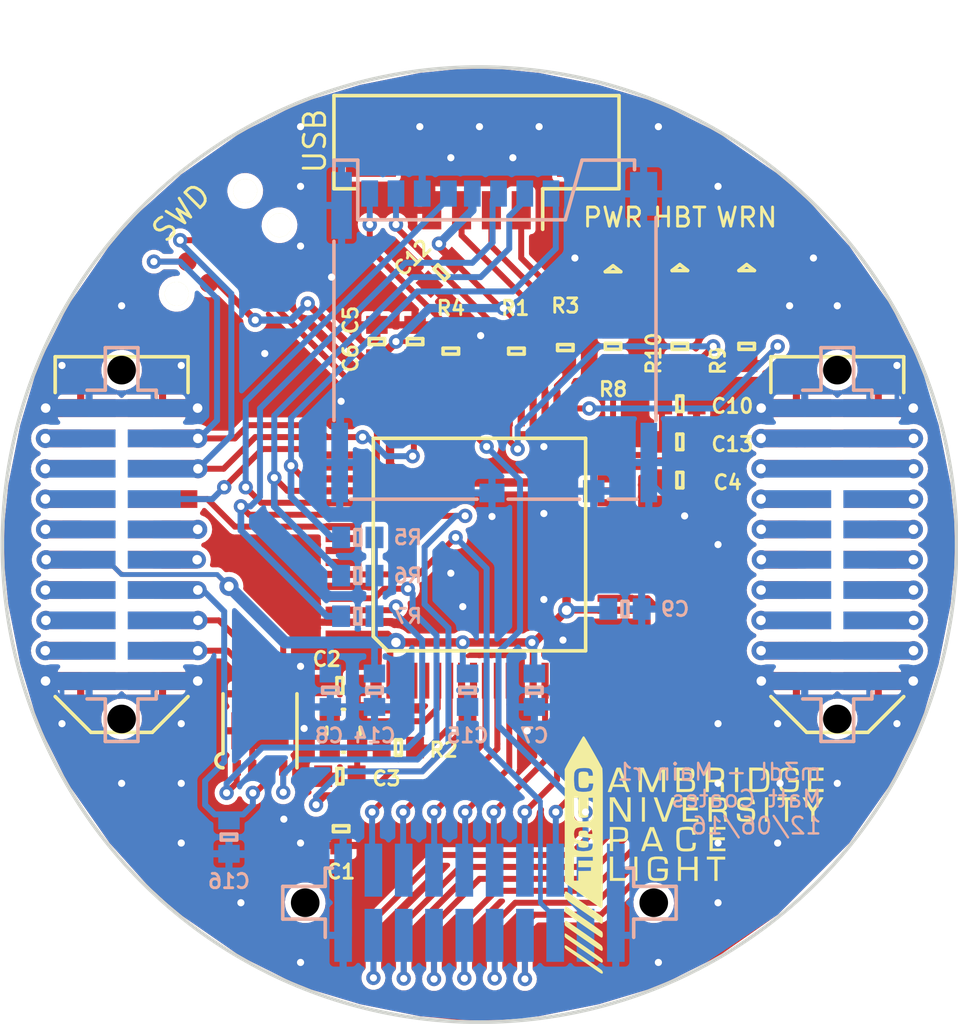
<source format=kicad_pcb>
(kicad_pcb (version 20221018) (generator pcbnew)
  (layers (0 "F.Cu" signal) (31 "B.Cu" signal) (34 "B.Paste" user) (35 "F.Paste" user) (36 "B.SilkS" user "B.Silkscreen") (37 "F.SilkS" user "F.Silkscreen") (38 "B.Mask" user) (39 "F.Mask" user) (44 "Edge.Cuts" user))
  (net 0 "")
  (net 1 "GND")
  (net 2 "/~{RST}")
  (net 3 "Net-(C2-Pad2)")
  (net 4 "Net-(C3-Pad2)")
  (net 5 "Net-(C4-Pad2)")
  (net 6 "Net-(C5-Pad2)")
  (net 7 "3v3")
  (net 8 "Net-(IC1-Pad2)")
  (net 9 "Net-(IC1-Pad3)")
  (net 10 "Net-(IC1-Pad4)")
  (net 11 "Net-(IC1-Pad6)")
  (net 12 "/STRAIN6")
  (net 13 "/PRESSURE1")
  (net 14 "/PRESSURE2")
  (net 15 "/PRESSURE3")
  (net 16 "/STRAIN1")
  (net 17 "/STRAIN2")
  (net 18 "/STRAIN3")
  (net 19 "/STRAIN4")
  (net 20 "/STRAIN5")
  (net 21 "/SPI1_SCK")
  (net 22 "/SPI1_MISO")
  (net 23 "/SPI1_MOSI")
  (net 24 "Net-(IC1-Pad26)")
  (net 25 "Net-(IC1-Pad27)")
  (net 26 "Net-(IC1-Pad28)")
  (net 27 "Net-(IC1-Pad29)")
  (net 28 "Net-(IC1-Pad30)")
  (net 29 "/OTG_HS_VBUS")
  (net 30 "/OTG_HS_DM")
  (net 31 "/OTG_HS_DP")
  (net 32 "Net-(IC1-Pad37)")
  (net 33 "/SDIO_D0")
  (net 34 "/SDIO_D1")
  (net 35 "/SPI1_CS")
  (net 36 "Net-(IC1-Pad42)")
  (net 37 "Net-(IC1-Pad43)")
  (net 38 "/CAN_RXD")
  (net 39 "/CAN_TXD")
  (net 40 "/JTMS")
  (net 41 "/JTCK")
  (net 42 "/JTDI")
  (net 43 "/SDIO_D2")
  (net 44 "/SDIO_D3")
  (net 45 "/SDIO_CK")
  (net 46 "/SDIO_CMD")
  (net 47 "/JTDR")
  (net 48 "/TEMP_INT")
  (net 49 "/CAN-")
  (net 50 "/CAN+")
  (net 51 "/3v3_IMU")
  (net 52 "/3v3_RADIO")
  (net 53 "/3v3_FC")
  (net 54 "/JTDO")
  (net 55 "/3v3_PYRO")
  (net 56 "/RSVD1")
  (net 57 "/3v3_AUX1")
  (net 58 "/3v3_AUX2")
  (net 59 "/RSVD2")
  (net 60 "/PYRO_SO")
  (net 61 "/PYRO_SI")
  (net 62 "/5v_RADIO")
  (net 63 "/PYRO1")
  (net 64 "/5v_IMU")
  (net 65 "/PYRO2")
  (net 66 "/5v_AUX1")
  (net 67 "/PYRO3")
  (net 68 "/5v_AUX2")
  (net 69 "/PYRO4")
  (net 70 "/5v_CAM")
  (net 71 "/PWR")
  (net 72 "/CHARGE")
  (net 73 "Net-(P1-Pad6)")
  (net 74 "/PRESSURE4")
  (net 75 "/PRESSURE5")
  (net 76 "Net-(J6-Pad1)")
  (net 77 "Net-(IC1-Pad56)")
  (net 78 "Net-(D2-Pad2)")
  (net 79 "Net-(D3-Pad2)")
  (net 80 "/LED1")
  (net 81 "/LED2")
  (net 82 "Net-(D1-Pad2)")
  (net 83 "/5v_CAN")
  (net 84 "Net-(IC1-Pad44)")
  (net 85 "Net-(IC1-Pad45)")
  (net 86 "Net-(IC1-Pad57)")
  (net 87 "Net-(IC1-Pad58)")
  (footprint "agg:0603-L" (layer "F.Cu") (at 94.2 111.9 90)
    (fp_text reference "C1")
    (fp_text value "100n")
  )
  (footprint "agg:0603-L" (layer "F.Cu") (at 94.15 105.9)
    (fp_text reference "C2")
    (fp_text value "10p")
  )
  (footprint "agg:0603-L" (layer "F.Cu") (at 94.15 109.7)
    (fp_text reference "C3")
    (fp_text value "10p")
  )
  (footprint "agg:0603-L" (layer "F.Cu") (at 108.4 97.3 180)
    (fp_text reference "C4")
    (fp_text value "2u2")
  )
  (footprint "agg:0603-L" (layer "F.Cu") (at 97.3 91.5 -90)
    (fp_text reference "C5")
    (fp_text value "2u2")
  )
  (footprint "agg:0603-L" (layer "F.Cu") (at 95.7 91.5 90)
    (fp_text reference "C6")
    (fp_text value "100n")
  )
  (footprint "agg:0603-L" (layer "F.Cu") (at 108.4 94.1)
    (fp_text reference "C10")
    (fp_text value "4u7")
  )
  (footprint "agg:0603-L" (layer "F.Cu") (at 98.4 88.6 -135)
    (fp_text reference "C12")
    (fp_text value "100n")
  )
  (footprint "agg:0603-L" (layer "F.Cu") (at 108.4 95.7)
    (fp_text reference "C13")
    (fp_text value "100n")
  )
  (footprint "agg:LQFP-64" (layer "F.Cu") (at 100 100 90)
    (fp_text reference "IC1")
    (fp_text value "STM32F405RxTx")
  )
  (footprint "agg:DFN-8-EP-MICROCHIP" (layer "F.Cu") (at 90.8 107.8 90)
    (fp_text reference "IC2")
    (fp_text value "MCP2562")
  )
  (footprint "agg:TFML-110-02-L-D" (layer "F.Cu") (at 85 100 -90)
    (fp_text reference "J1")
    (fp_text value "WEST TOP")
  )
  (footprint "agg:TFML-110-02-L-D" (layer "F.Cu") (at 115 100 -90)
    (fp_text reference "J2")
    (fp_text value "EAST TOP")
  )
  (footprint "agg:TC2030-NL" (layer "F.Cu") (at 89.1 87.7 45)
    (fp_text reference "P1")
    (fp_text value "SWD_TC")
  )
  (footprint "agg:0603-L" (layer "F.Cu") (at 101.55 91.9 90)
    (fp_text reference "R1")
    (fp_text value "47K")
  )
  (footprint "agg:0603-L" (layer "F.Cu") (at 96.6 108.5)
    (fp_text reference "R2")
    (fp_text value "100R")
  )
  (footprint "agg:XTAL-20x16" (layer "F.Cu") (at 94.3 107.8 180)
    (fp_text reference "Y1")
    (fp_text value "26MHz")
  )
  (footprint "agg:0603-L" (layer "F.Cu") (at 103.6 91.75 -90)
    (fp_text reference "R3")
    (fp_text value "1k")
  )
  (footprint "agg:0603-L" (layer "F.Cu") (at 98.8 91.9 -90)
    (fp_text reference "R4")
    (fp_text value "47K")
  )
  (footprint "agg:0603-L" (layer "F.Cu") (at 111.2 91.7 90)
    (fp_text reference "R9")
    (fp_text value "1k")
  )
  (footprint "agg:0603-L" (layer "F.Cu") (at 108.4 91.7 90)
    (fp_text reference "R10")
    (fp_text value "1k")
  )
  (footprint "agg:0603-L" (layer "F.Cu") (at 105.6 91.7 90)
    (fp_text reference "R8")
    (fp_text value "1k")
  )
  (footprint "Connectors_Molex:Connector_Molex_PicoBlade_53261-0471" (layer "F.Cu") (at 99.875 83.1 180)
    (fp_text reference "J6" hide)
    (fp_text value "USB")
  )
  (footprint "logos:cusf_logo_full" (layer "F.Cu") (at 109 113)
    (fp_text reference "G***" hide)
    (fp_text value "LOGO" hide)
  )
  (footprint "agg:0603-LED" (layer "F.Cu") (at 105.6 88.450001 -90)
    (fp_text reference "D1")
    (fp_text value "LED")
  )
  (footprint "agg:0603-LED" (layer "F.Cu") (at 111.2 88.400001 -90)
    (fp_text reference "D2")
    (fp_text value "LED")
  )
  (footprint "agg:0603-LED" (layer "F.Cu") (at 108.4 88.400001 -90)
    (fp_text reference "D3")
    (fp_text value "LED")
  )
  (footprint "agg:0603-L" (layer "B.Cu") (at 102.3 106.1 -90)
    (fp_text reference "C7")
    (fp_text value "100n")
  )
  (footprint "agg:0603-L" (layer "B.Cu") (at 93.75 106.1 -90)
    (fp_text reference "C8")
    (fp_text value "100n")
  )
  (footprint "agg:0603-L" (layer "B.Cu") (at 106.1 102.7)
    (fp_text reference "C9")
    (fp_text value "100n")
  )
  (footprint "agg:0603-L" (layer "B.Cu") (at 95.6 106.1 -90)
    (fp_text reference "C14")
    (fp_text value "100n")
  )
  (footprint "agg:0603-L" (layer "B.Cu") (at 99.5 106.1 -90)
    (fp_text reference "C15")
    (fp_text value "1u")
  )
  (footprint "agg:0603-L" (layer "B.Cu") (at 89.5 112.25 -90)
    (fp_text reference "C16")
    (fp_text value "100n")
  )
  (footprint "agg:SFML-110-02-L-D-LC" (layer "B.Cu") (at 85 100 -90)
    (fp_text reference "J3")
    (fp_text value "WEST BOT")
  )
  (footprint "agg:SFML-110-02-L-D-LC" (layer "B.Cu") (at 115 100 -90)
    (fp_text reference "J4")
    (fp_text value "EAST BOT")
  )
  (footprint "agg:SFML-110-02-L-D-LC" (layer "B.Cu") (at 100 115)
    (fp_text reference "J7")
    (fp_text value "SOUTH BOT")
  )
  (footprint "agg:MICROSD_MOLEX_503398-1892" (layer "B.Cu") (at 100.6 88 180)
    (fp_text reference "U1")
    (fp_text value "MICROSD")
  )
  (footprint "agg:0603-L" (layer "B.Cu") (at 94.9 99.7)
    (fp_text reference "R5")
    (fp_text value "47K")
  )
  (footprint "agg:0603-L" (layer "B.Cu") (at 94.9 101.3)
    (fp_text reference "R6")
    (fp_text value "47K")
  )
  (footprint "agg:0603-L" (layer "B.Cu") (at 94.9 103)
    (fp_text reference "R7")
    (fp_text value "47K")
  )
  (gr_circle (center 100 100) (end 120 100) (stroke (width 0.15)) (fill none) (layer "Edge.Cuts"))
  (gr_text "C16" (at 89.5 114.1) (layer "B.SilkS") (effects (font (size 0.6 0.6) (thickness 0.12)) (justify mirror)))
  (gr_text "C8" (at 93.7 108) (layer "B.SilkS") (effects (font (size 0.6 0.6) (thickness 0.12)) (justify mirror)))
  (gr_text "C14" (at 95.6 108) (layer "B.SilkS") (effects (font (size 0.6 0.6) (thickness 0.12)) (justify mirror)))
  (gr_text "C15" (at 99.5 108) (layer "B.SilkS") (effects (font (size 0.6 0.6) (thickness 0.12)) (justify mirror)))
  (gr_text "C7" (at 102.3 108) (layer "B.SilkS") (effects (font (size 0.6 0.6) (thickness 0.12)) (justify mirror)))
  (gr_text "R7" (at 97 103) (layer "B.SilkS") (effects (font (size 0.6 0.6) (thickness 0.12)) (justify mirror)))
  (gr_text "R6" (at 97 101.3) (layer "B.SilkS") (effects (font (size 0.6 0.6) (thickness 0.12)) (justify mirror)))
  (gr_text "R5" (at 97 99.7) (layer "B.SilkS") (effects (font (size 0.6 0.6) (thickness 0.12)) (justify mirror)))
  (gr_text "C9" (at 108.2 102.7) (layer "B.SilkS") (effects (font (size 0.6 0.6) (thickness 0.12)) (justify mirror)))
  (gr_text "m3dl - Main r1\nMatt Coates\n12/06/16" (at 114.4 110.65) (layer "B.SilkS") (effects (font (size 0.7 0.7) (thickness 0.1)) (justify left mirror)))
  (gr_text "R2" (at 98.5 108.6) (layer "F.SilkS") (effects (font (size 0.6 0.6) (thickness 0.12))))
  (gr_text "C2" (at 93.6 104.8) (layer "F.SilkS") (effects (font (size 0.6 0.6) (thickness 0.12))))
  (gr_text "C3" (at 96.1 109.8) (layer "F.SilkS") (effects (font (size 0.6 0.6) (thickness 0.12))))
  (gr_text "C6" (at 94.6 92.2 90) (layer "F.SilkS") (effects (font (size 0.6 0.6) (thickness 0.12))))
  (gr_text "C5" (at 94.6 90.6 90) (layer "F.SilkS") (effects (font (size 0.6 0.6) (thickness 0.12))))
  (gr_text "R4" (at 98.8 90.1) (layer "F.SilkS") (effects (font (size 0.6 0.6) (thickness 0.12))))
  (gr_text "R1" (at 101.5 90.1) (layer "F.SilkS") (effects (font (size 0.6 0.6) (thickness 0.12))))
  (gr_text "R3" (at 103.6 90) (layer "F.SilkS") (effects (font (size 0.6 0.6) (thickness 0.12))))
  (gr_text "C10" (at 110.6 94.2) (layer "F.SilkS") (effects (font (size 0.6 0.6) (thickness 0.12))))
  (gr_text "C13" (at 110.6 95.8) (layer "F.SilkS") (effects (font (size 0.6 0.6) (thickness 0.12))))
  (gr_text "C4" (at 110.4 97.4) (layer "F.SilkS") (effects (font (size 0.6 0.6) (thickness 0.12))))
  (gr_text "C12" (at 97.2 88 45) (layer "F.SilkS") (effects (font (size 0.6 0.6) (thickness 0.12))))
  (gr_text "R8" (at 105.6 93.5) (layer "F.SilkS") (effects (font (size 0.6 0.6) (thickness 0.12))))
  (gr_text "R10" (at 107.3 92 90) (layer "F.SilkS") (effects (font (size 0.6 0.6) (thickness 0.12))))
  (gr_text "PWR" (at 105.6 86.3) (layer "F.SilkS") (effects (font (size 0.8 0.8) (thickness 0.12))))
  (gr_text "HBT" (at 108.4 86.3) (layer "F.SilkS") (effects (font (size 0.8 0.8) (thickness 0.12))))
  (gr_text "WRN" (at 111.2 86.3) (layer "F.SilkS") (effects (font (size 0.8 0.8) (thickness 0.12))))
  (gr_text "R9" (at 110 92.3 90) (layer "F.SilkS") (effects (font (size 0.6 0.6) (thickness 0.12))))
  (gr_text "USB" (at 93.1 83.1 90) (layer "F.SilkS") (effects (font (size 0.9 0.9) (thickness 0.12))))
  (gr_text "SWD" (at 87.5 86.1 45) (layer "F.SilkS") (effects (font (size 0.9 0.9) (thickness 0.12))))
  (gr_text "C1" (at 94.2 113.7) (layer "F.SilkS") (effects (font (size 0.6 0.6) (thickness 0.12))))
  (segment (start 113.285 94.285) (end 111.81 94.285) (width 0.74) (layer "F.Cu") (net 1))
  (segment (start 92.55 107.8) (end 92.65 107.7) (width 0.25) (layer "F.Cu") (net 1))
  (segment (start 86.715 105.715) (end 88.19 105.715) (width 0.74) (layer "F.Cu") (net 1))
  (segment (start 83.285 105.715) (end 81.81 105.715) (width 0.74) (layer "F.Cu") (net 1))
  (segment (start 100.525 99.475) (end 100.525 98.825) (width 0.25) (layer "F.Cu") (net 1))
  (segment (start 102.7 98.7) (end 102.575 98.825) (width 0.25) (layer "F.Cu") (net 1))
  (segment (start 97.905025 89.094975) (end 97.944975 89.094975) (width 0.25) (layer "F.Cu") (net 1))
  (segment (start 102.4 102.6) (end 102.7 102.3) (width 0.25) (layer "F.Cu") (net 1))
  (segment (start 81.815 94.285) (end 88.185 94.285) (width 0.74) (layer "F.Cu") (net 1))
  (segment (start 116.715 94.285) (end 118.185 94.285) (width 0.74) (layer "F.Cu") (net 1))
  (segment (start 81.81 105.715) (end 88.19 105.715) (width 0.74) (layer "F.Cu") (net 1))
  (segment (start 99.3 102.6) (end 102.4 102.6) (width 0.25) (layer "F.Cu") (net 1))
  (segment (start 105.7 103.25) (end 104.25 103.25) (width 0.25) (layer "F.Cu") (net 1))
  (segment (start 88.185 93.185) (end 88.185 94.285) (width 0.2) (layer "F.Cu") (net 1))
  (segment (start 90.475 108.075) (end 90.2 107.8) (width 0.25) (layer "F.Cu") (net 1))
  (segment (start 87.5 92.5) (end 88.185 93.185) (width 0.2) (layer "F.Cu") (net 1))
  (segment (start 88.185 94.285) (end 88.47 94) (width 0.25) (layer "F.Cu") (net 1))
  (segment (start 98.8 101.2) (end 100.525 99.475) (width 0.25) (layer "F.Cu") (net 1))
  (segment (start 90.475 109.35) (end 90.475 108.075) (width 0.25) (layer "F.Cu") (net 1))
  (segment (start 111.81 94.285) (end 118.185 94.285) (width 0.74) (layer "F.Cu") (net 1))
  (segment (start 94.3 103.25) (end 98.65 103.25) (width 0.25) (layer "F.Cu") (net 1))
  (segment (start 90.8 107.8) (end 92.55 107.8) (width 0.25) (layer "F.Cu") (net 1))
  (segment (start 91 92) (end 88 92) (width 0.2) (layer "F.Cu") (net 1))
  (segment (start 100.05 91.2) (end 100.05 91.25) (width 0.25) (layer "F.Cu") (net 1))
  (segment (start 97.944975 89.094975) (end 100.05 91.2) (width 0.25) (layer "F.Cu") (net 1))
  (segment (start 113.285 105.715) (end 111.815 105.715) (width 0.74) (layer "F.Cu") (net 1))
  (segment (start 116.715 105.715) (end 118.185 105.715) (width 0.74) (layer "F.Cu") (net 1))
  (segment (start 88.185 94.285) (end 86.715 94.285) (width 0.74) (layer "F.Cu") (net 1))
  (segment (start 111.815 105.715) (end 118.185 105.715) (width 0.74) (layer "F.Cu") (net 1))
  (segment (start 104.25 103.25) (end 103.5 104) (width 0.25) (layer "F.Cu") (net 1))
  (segment (start 88 92) (end 87.5 92.5) (width 0.2) (layer "F.Cu") (net 1))
  (segment (start 98.65 103.25) (end 99.3 102.6) (width 0.25) (layer "F.Cu") (net 1))
  (segment (start 102.575 98.825) (end 100.525 98.825) (width 0.25) (layer "F.Cu") (net 1))
  (segment (start 88.47 94) (end 94.2 94) (width 0.25) (layer "F.Cu") (net 1))
  (segment (start 83.285 94.285) (end 81.815 94.285) (width 0.74) (layer "F.Cu") (net 1))
  (via (at 87.5 112.5) (size 0.6) (drill 0.3) (layers "F.Cu" "B.Cu") (net 1))
  (via (at 87.5 110) (size 0.6) (drill 0.3) (layers "F.Cu" "B.Cu") (net 1))
  (via (at 85 110) (size 0.6) (drill 0.3) (layers "F.Cu" "B.Cu") (net 1))
  (via (at 90 115) (size 0.6) (drill 0.3) (layers "F.Cu" "B.Cu") (net 1))
  (via (at 92.5 117.5) (size 0.6) (drill 0.3) (layers "F.Cu" "B.Cu") (net 1))
  (via (at 87.5 107.5) (size 0.6) (drill 0.3) (layers "F.Cu" "B.Cu") (net 1))
  (via (at 85 90) (size 0.6) (drill 0.3) (layers "F.Cu" "B.Cu") (net 1))
  (via (at 92.5 85) (size 0.6) (drill 0.3) (layers "F.Cu" "B.Cu") (net 1))
  (via (at 87.5 92.5) (size 0.6) (drill 0.3) (layers "F.Cu" "B.Cu") (net 1))
  (via (at 82.5 92.5) (size 0.6) (drill 0.3) (layers "F.Cu" "B.Cu") (net 1))
  (via (at 110 85) (size 0.6) (drill 0.3) (layers "F.Cu" "B.Cu") (net 1))
  (via (at 115 90) (size 0.6) (drill 0.3) (layers "F.Cu" "B.Cu") (net 1))
  (via (at 107.5 117.5) (size 0.6) (drill 0.3) (layers "F.Cu" "B.Cu") (net 1))
  (via (at 110 115) (size 0.6) (drill 0.3) (layers "F.Cu" "B.Cu") (net 1))
  (via (at 112.5 112.5) (size 0.6) (drill 0.3) (layers "F.Cu" "B.Cu") (net 1))
  (via (at 115 110) (size 0.6) (drill 0.3) (layers "F.Cu" "B.Cu") (net 1))
  (via (at 110 110) (size 0.6) (drill 0.3) (layers "F.Cu" "B.Cu") (net 1))
  (via (at 110 112.5) (size 0.6) (drill 0.3) (layers "F.Cu" "B.Cu") (net 1))
  (via (at 110 107.5) (size 0.6) (drill 0.3) (layers "F.Cu" "B.Cu") (net 1))
  (via (at 110 100) (size 0.6) (drill 0.3) (layers "F.Cu" "B.Cu") (net 1))
  (via (at 92.5 112.5) (size 0.6) (drill 0.3) (layers "F.Cu" "B.Cu") (net 1))
  (via (at 117.5 107.5) (size 0.6) (drill 0.3) (layers "F.Cu" "B.Cu") (net 1))
  (via (at 112.5 107.5) (size 0.6) (drill 0.3) (layers "F.Cu" "B.Cu") (net 1))
  (via (at 82.5 107.5) (size 0.6) (drill 0.3) (layers "F.Cu" "B.Cu") (net 1))
  (via (at 92.5 82.5) (size 0.6) (drill 0.3) (layers "F.Cu" "B.Cu") (net 1))
  (via (at 92.5 87.5) (size 0.6) (drill 0.3) (layers "F.Cu" "B.Cu") (net 1))
  (via (at 107.5 82.5) (size 0.6) (drill 0.3) (layers "F.Cu" "B.Cu") (net 1))
  (via (at 117.5 92.5) (size 0.6) (drill 0.3) (layers "F.Cu" "B.Cu") (net 1))
  (via (at 97.5 82.5) (size 0.6) (drill 0.3) (layers "F.Cu" "B.Cu") (net 1))
  (via (at 100 82.5) (size 0.6) (drill 0.3) (layers "F.Cu" "B.Cu") (net 1))
  (via (at 102.5 82.5) (size 0.6) (drill 0.3) (layers "F.Cu" "B.Cu") (net 1))
  (via (at 91 92) (size 0.6) (drill 0.3) (layers "F.Cu" "B.Cu") (net 1))
  (via (at 108.6 98.8) (size 0.6) (drill 0.3) (layers "F.Cu" "B.Cu") (net 1))
  (via (at 114 88) (size 0.6) (drill 0.3) (layers "F.Cu" "B.Cu") (net 1))
  (via (at 104 88) (size 0.6) (drill 0.3) (layers "F.Cu" "B.Cu") (net 1))
  (via (at 101.4 83.8) (size 0.6) (drill 0.3) (layers "F.Cu" "B.Cu") (net 1))
  (via (at 98.8 83.8) (size 0.6) (drill 0.3) (layers "F.Cu" "B.Cu") (net 1))
  (via (at 93.8 88.8) (size 0.6) (drill 0.3) (layers "F.Cu" "B.Cu") (net 1))
  (via (at 113 90) (size 0.6) (drill 0.3) (layers "F.Cu" "B.Cu") (net 1))
  (via (at 112.6 110) (size 0.6) (drill 0.3) (layers "F.Cu" "B.Cu") (net 1))
  (via (at 81.815 94.285) (size 0.8) (drill 0.4) (layers "F.Cu" "B.Cu") (net 1))
  (via (at 99.3 102.6) (size 0.6) (drill 0.3) (layers "F.Cu" "B.Cu") (net 1))
  (via (at 102.7 95.9) (size 0.6) (drill 0.3) (layers "F.Cu" "B.Cu") (net 1))
  (via (at 111.815 105.715) (size 0.8) (drill 0.4) (layers "F.Cu" "B.Cu") (net 1))
  (via (at 111.81 94.285) (size 0.8) (drill 0.4) (layers "F.Cu" "B.Cu") (net 1))
  (via (at 100.525 98.825) (size 0.6) (drill 0.3) (layers "F.Cu" "B.Cu") (net 1))
  (via (at 102.7 98.7) (size 0.6) (drill 0.3) (layers "F.Cu" "B.Cu") (net 1))
  (via (at 88.19 105.715) (size 0.8) (drill 0.4) (layers "F.Cu" "B.Cu") (net 1))
  (via (at 91.8 111.5) (size 0.6) (drill 0.3) (layers "F.Cu" "B.Cu") (net 1))
  (via (at 92.65 107.7) (size 0.6) (drill 0.3) (layers "F.Cu" "B.Cu") (net 1))
  (via (at 88.185 94.285) (size 0.8) (drill 0.4) (layers "F.Cu" "B.Cu") (net 1))
  (via (at 81.81 105.715) (size 0.8) (drill 0.4) (layers "F.Cu" "B.Cu") (net 1))
  (via (at 102 107.8) (size 0.6) (drill 0.3) (layers "F.Cu" "B.Cu") (net 1))
  (via (at 118.185 94.285) (size 0.8) (drill 0.4) (layers "F.Cu" "B.Cu") (net 1))
  (via (at 118.185 105.715) (size 0.8) (drill 0.4) (layers "F.Cu" "B.Cu") (net 1))
  (via (at 103.5 104) (size 0.6) (drill 0.3) (layers "F.Cu" "B.Cu") (net 1))
  (via (at 94.2 94) (size 0.6) (drill 0.3) (layers "F.Cu" "B.Cu") (net 1))
  (via (at 92.5 105.1) (size 0.6) (drill 0.3) (layers "F.Cu" "B.Cu") (net 1))
  (via (at 98.8 101.2) (size 0.6) (drill 0.3) (layers "F.Cu" "B.Cu") (net 1))
  (via (at 102.7 102.3) (size 0.6) (drill 0.3) (layers "F.Cu" "B.Cu") (net 1))
  (via (at 100.05 91.25) (size 0.6) (drill 0.3) (layers "F.Cu" "B.Cu") (net 1))
  (segment (start 109 84) (end 110 85) (width 0.2) (layer "B.Cu") (net 1))
  (segment (start 85 90) (end 87.5 92.5) (width 0.2) (layer "B.Cu") (net 1))
  (segment (start 116.365 105.715) (end 113.635 105.715) (width 0.74) (layer "B.Cu") (net 1))
  (segment (start 104.79 97.765) (end 103.565 97.765) (width 0.25) (layer "B.Cu") (net 1))
  (segment (start 97.5 82.5) (end 98.8 83.8) (width 0.2) (layer "B.Cu") (net 1))
  (segment (start 93.3 85.8) (end 92.5 85) (width 0.2) (layer "B.Cu") (net 1))
  (segment (start 107.685 85.315) (end 109 84) (width 0.2) (layer "B.Cu") (net 1))
  (segment (start 102.7 103.25) (end 102.7 102.3) (width 0.25) (layer "B.Cu") (net 1))
  (segment (start 92.5 82.5) (end 97.5 82.5) (width 0.2) (layer "B.Cu") (net 1))
  (segment (start 99.3 101.7) (end 98.8 101.2) (width 0.25) (layer "B.Cu") (net 1))
  (segment (start 83.635 105.715) (end 86.365 105.715) (width 0.74) (layer "B.Cu") (net 1))
  (segment (start 112.5 110.1) (end 112.6 110) (width 0.2) (layer "B.Cu") (net 1))
  (segment (start 117.5 107.5) (end 115 110) (width 0.2) (layer "B.Cu") (net 1))
  (segment (start 88.19 105.715) (end 86.365 105.715) (width 0.74) (layer "B.Cu") (net 1))
  (segment (start 107.1 97.3) (end 107.1 96.565) (width 0.2) (layer "B.Cu") (net 1))
  (segment (start 94.22 85.8) (end 93.3 85.8) (width 0.2) (layer "B.Cu") (net 1))
  (segment (start 82.5 107.5) (end 82.5 105.815) (width 0.2) (layer "B.Cu") (net 1))
  (segment (start 92.5 87.5) (end 92.5 85) (width 0.2) (layer "B.Cu") (net 1))
  (segment (start 98.8 83.8) (end 98.8 83.7) (width 0.2) (layer "B.Cu") (net 1))
  (segment (start 90.9 113) (end 91.2 112.7) (width 0.25) (layer "B.Cu") (net 1))
  (segment (start 101.4 83.6) (end 102.5 82.5) (width 0.2) (layer "B.Cu") (net 1))
  (segment (start 98.8 83.7) (end 100 82.5) (width 0.2) (layer "B.Cu") (net 1))
  (segment (start 108.6 98.8) (end 107.1 97.3) (width 0.2) (layer "B.Cu") (net 1))
  (segment (start 112.5 112.5) (end 115 110) (width 0.2) (layer "B.Cu") (net 1))
  (segment (start 110 107.5) (end 112.5 107.5) (width 0.2) (layer "B.Cu") (net 1))
  (segment (start 113 90) (end 114 90) (width 0.2) (layer "B.Cu") (net 1))
  (segment (start 100.1 82.5) (end 101.4 83.8) (width 0.2) (layer "B.Cu") (net 1))
  (segment (start 85 90) (end 82.5 92.5) (width 0.2) (layer "B.Cu") (net 1))
  (segment (start 102.3 106.85) (end 102.3 107.45) (width 0.25) (layer "B.Cu") (net 1))
  (segment (start 82.4 105.715) (end 83.635 105.715) (width 0.74) (layer "B.Cu") (net 1))
  (segment (start 110 112.5) (end 110 110) (width 0.2) (layer "B.Cu") (net 1))
  (segment (start 109.8 100) (end 108.6 98.8) (width 0.2) (layer "B.Cu") (net 1))
  (segment (start 104.79 97.765) (end 103.635 97.765) (width 0.25) (layer "B.Cu") (net 1))
  (segment (start 103.45 104) (end 102.7 103.25) (width 0.25) (layer "B.Cu") (net 1))
  (segment (start 92.5 85) (end 92.5 82.5) (width 0.2) (layer "B.Cu") (net 1))
  (segment (start 85 110) (end 87.5 110) (width 0.2) (layer "B.Cu") (net 1))
  (segment (start 110 107.5) (end 110 110) (width 0.2) (layer "B.Cu") (net 1))
  (segment (start 106.88 85.315) (end 107.685 85.315) (width 0.2) (layer "B.Cu") (net 1))
  (segment (start 87.5 110) (end 87.5 107.5) (width 0.2) (layer "B.Cu") (net 1))
  (segment (start 91.3 112.7) (end 91.2 112.7) (width 0.2) (layer "B.Cu") (net 1))
  (segment (start 105.715 116.365) (end 106.365 116.365) (width 0.2) (layer "B.Cu") (net 1))
  (segment (start 102.7 96.9) (end 102.7 95.9) (width 0.25) (layer "B.Cu") (net 1))
  (segment (start 117.4 94.285) (end 116.365 94.285) (width 0.74) (layer "B.Cu") (net 1))
  (segment (start 110 100) (end 109.8 100) (width 0.2) (layer "B.Cu") (net 1))
  (segment (start 91.5 112.5) (end 91.3 112.7) (width 0.2) (layer "B.Cu") (net 1))
  (segment (start 91.2 112.7) (end 91.8 112.1) (width 0.25) (layer "B.Cu") (net 1))
  (segment (start 114 90) (end 115 90) (width 0.2) (layer "B.Cu") (net 1))
  (segment (start 92.5 106.6) (end 92.5 105.1) (width 0.2) (layer "B.Cu") (net 1))
  (segment (start 113 88) (end 110 85) (width 0.2) (layer "B.Cu") (net 1))
  (segment (start 105.315 85.315) (end 104 86.63) (width 0.2) (layer "B.Cu") (net 1))
  (segment (start 114 88) (end 114 90) (width 0.2) (layer "B.Cu") (net 1))
  (segment (start 103.635 97.765) (end 102.7 98.7) (width 0.25) (layer "B.Cu") (net 1))
  (segment (start 111.815 105.715) (end 113.635 105.715) (width 0.74) (layer "B.Cu") (net 1))
  (segment (start 118.185 105.715) (end 116.365 105.715) (width 0.74) (layer "B.Cu") (net 1))
  (segment (start 102.3 107.45) (end 102 107.75) (width 0.25) (layer "B.Cu") (net 1))
  (segment (start 112.6 110) (end 112.6 107.6) (width 0.2) (layer "B.Cu") (net 1))
  (segment (start 112.5 112.5) (end 112.5 110.1) (width 0.2) (layer "B.Cu") (net 1))
  (segment (start 104 86.63) (end 104 88) (width 0.2) (layer "B.Cu") (net 1))
  (segment (start 94.2 94) (end 94.2 96.505) (width 0.25) (layer "B.Cu") (net 1))
  (segment (start 118.185 94.285) (end 117.4 94.285) (width 0.74) (layer "B.Cu") (net 1))
  (segment (start 89.5 113) (end 90.9 113) (width 0.25) (layer "B.Cu") (net 1))
  (segment (start 107.5 117.5) (end 110 115) (width 0.2) (layer "B.Cu") (net 1))
  (segment (start 91.8 112.1) (end 91.8 111.5) (width 0.25) (layer "B.Cu") (net 1))
  (segment (start 82.5 105.815) (end 82.4 105.715) (width 0.2) (layer "B.Cu") (net 1))
  (segment (start 113 88) (end 114 88) (width 0.2) (layer "B.Cu") (net 1))
  (segment (start 94.22 85.8) (end 94.2 85.8) (width 0.2) (layer "B.Cu") (net 1))
  (segment (start 82.5 107.5) (end 85 110) (width 0.2) (layer "B.Cu") (net 1))
  (segment (start 110 115) (end 110 112.5) (width 0.2) (layer "B.Cu") (net 1))
  (segment (start 101.4 83.8) (end 101.4 83.6) (width 0.2) (layer "B.Cu") (net 1))
  (segment (start 87.5 112.5) (end 85 110) (width 0.2) (layer "B.Cu") (net 1))
  (segment (start 113.635 94.285) (end 116.365 94.285) (width 0.74) (layer "B.Cu") (net 1))
  (segment (start 92.7 106.8) (end 92.5 106.6) (width 0.2) (layer "B.Cu") (net 1))
  (segment (start 105.715 116.365) (end 105.715 113.635) (width 0.74) (layer "B.Cu") (net 1))
  (segment (start 103.5 104) (end 103.45 104) (width 0.25) (layer "B.Cu") (net 1))
  (segment (start 117.5 92.5) (end 117.5 94.185) (width 0.2) (layer "B.Cu") (net 1))
  (segment (start 81.81 105.715) (end 82.4 105.715) (width 0.74) (layer "B.Cu") (net 1))
  (segment (start 93.8 88.8) (end 92.5 87.5) (width 0.2) (layer "B.Cu") (net 1))
  (segment (start 93.75 106.8) (end 92.7 106.8) (width 0.2) (layer "B.Cu") (net 1))
  (segment (start 100 82.5) (end 100.1 82.5) (width 0.2) (layer "B.Cu") (net 1))
  (segment (start 92.5 117.5) (end 90 115) (width 0.2) (layer "B.Cu") (net 1))
  (segment (start 100.525 97.84) (end 100.525 98.825) (width 0.25) (layer "B.Cu") (net 1))
  (segment (start 99.3 102.6) (end 99.3 101.7) (width 0.25) (layer "B.Cu") (net 1))
  (segment (start 86.365 94.285) (end 83.635 94.285) (width 0.74) (layer "B.Cu") (net 1))
  (segment (start 94.285 116.365) (end 94.285 113.635) (width 0.74) (layer "B.Cu") (net 1))
  (segment (start 94.2 96.505) (end 94.14 96.565) (width 0.25) (layer "B.Cu") (net 1))
  (segment (start 111.81 94.285) (end 113.635 94.285) (width 0.74) (layer "B.Cu") (net 1))
  (segment (start 92.5 112.5) (end 91.5 112.5) (width 0.2) (layer "B.Cu") (net 1))
  (segment (start 115 90) (end 117.5 92.5) (width 0.2) (layer "B.Cu") (net 1))
  (segment (start 106.88 85.315) (end 105.315 85.315) (width 0.2) (layer "B.Cu") (net 1))
  (segment (start 102.8 95.9) (end 102.7 95.9) (width 0.25) (layer "B.Cu") (net 1))
  (segment (start 81.815 94.285) (end 83.635 94.285) (width 0.74) (layer "B.Cu") (net 1))
  (segment (start 107.5 82.5) (end 109 84) (width 0.2) (layer "B.Cu") (net 1))
  (segment (start 86.365 94.285) (end 88.185 94.285) (width 0.74) (layer "B.Cu") (net 1))
  (segment (start 106.365 116.365) (end 107.5 117.5) (width 0.2) (layer "B.Cu") (net 1))
  (segment (start 90 115) (end 87.5 112.5) (width 0.2) (layer "B.Cu") (net 1))
  (segment (start 103.565 97.765) (end 102.7 96.9) (width 0.25) (layer "B.Cu") (net 1))
  (segment (start 117.5 94.185) (end 117.4 94.285) (width 0.2) (layer "B.Cu") (net 1))
  (segment (start 112.6 107.6) (end 112.5 107.5) (width 0.2) (layer "B.Cu") (net 1))
  (segment (start 104.79 97.765) (end 104.665 97.765) (width 0.25) (layer "B.Cu") (net 1))
  (segment (start 95.3 110.5) (end 96.3 109.5) (width 0.25) (layer "F.Cu") (net 2))
  (segment (start 99.4 98.8) (end 97.5 98.8) (width 0.25) (layer "F.Cu") (net 2))
  (segment (start 94.2 110.5) (end 95.3 110.5) (width 0.25) (layer "F.Cu") (net 2))
  (segment (start 95.7 97) (end 95.7 94.3) (width 0.25) (layer "F.Cu") (net 2))
  (segment (start 93.15 110.9) (end 93.55 110.5) (width 0.25) (layer "F.Cu") (net 2))
  (segment (start 96.3 109.5) (end 97.6 109.5) (width 0.25) (layer "F.Cu") (net 2))
  (segment (start 97.6 109.5) (end 99.25 107.85) (width 0.25) (layer "F.Cu") (net 2))
  (segment (start 93.55 110.5) (end 94.2 110.5) (width 0.25) (layer "F.Cu") (net 2))
  (segment (start 95.7 94.3) (end 89.552548 88.152548) (width 0.25) (layer "F.Cu") (net 2))
  (segment (start 97.5 98.8) (end 95.7 97) (width 0.25) (layer "F.Cu") (net 2))
  (segment (start 99.25 107.85) (end 99.25 105.7) (width 0.25) (layer "F.Cu") (net 2))
  (segment (start 94.2 111.15) (end 94.2 110.5) (width 0.25) (layer "F.Cu") (net 2))
  (via (at 93.15 110.9) (size 0.6) (drill 0.3) (layers "F.Cu" "B.Cu") (net 2))
  (via (at 99.4 98.8) (size 0.6) (drill 0.3) (layers "F.Cu" "B.Cu") (net 2))
  (segment (start 97.7 102.5) (end 98.7 103.5) (width 0.25) (layer "B.Cu") (net 2))
  (segment (start 99 98.8) (end 97.7 100.1) (width 0.25) (layer "B.Cu") (net 2))
  (segment (start 98.7 103.5) (end 98.7 108.4) (width 0.25) (layer "B.Cu") (net 2))
  (segment (start 97.6 109.5) (end 94.2 109.5) (width 0.25) (layer "B.Cu") (net 2))
  (segment (start 97.7 100.1) (end 97.7 102.5) (width 0.25) (layer "B.Cu") (net 2))
  (segment (start 94.2 109.5) (end 93.15 110.55) (width 0.25) (layer "B.Cu") (net 2))
  (segment (start 99.4 98.8) (end 99 98.8) (width 0.25) (layer "B.Cu") (net 2))
  (segment (start 93.15 110.55) (end 93.15 110.9) (width 0.25) (layer "B.Cu") (net 2))
  (segment (start 98.7 108.4) (end 97.6 109.5) (width 0.25) (layer "B.Cu") (net 2))
  (segment (start 97.7 107.4) (end 95.2 107.4) (width 0.25) (layer "F.Cu") (net 3))
  (segment (start 98.25 106.85) (end 97.7 107.4) (width 0.25) (layer "F.Cu") (net 3))
  (segment (start 98.25 105.7) (end 98.25 106.85) (width 0.25) (layer "F.Cu") (net 3))
  (segment (start 95.2 107.4) (end 94.875 107.075) (width 0.25) (layer "F.Cu") (net 3))
  (segment (start 94.9 107.05) (end 94.875 107.075) (width 0.25) (layer "F.Cu") (net 3))
  (segment (start 94.9 105.9) (end 94.9 107.05) (width 0.25) (layer "F.Cu") (net 3))
  (segment (start 94.875 109.675) (end 94.9 109.7) (width 0.25) (layer "F.Cu") (net 4))
  (segment (start 94.875 108.525) (end 95.825 108.525) (width 0.25) (layer "F.Cu") (net 4))
  (segment (start 94.875 108.525) (end 94.875 109.675) (width 0.25) (layer "F.Cu") (net 4))
  (segment (start 95.825 108.525) (end 95.85 108.5) (width 0.25) (layer "F.Cu") (net 4))
  (segment (start 107.1 96.75) (end 107.65 97.3) (width 0.25) (layer "F.Cu") (net 5))
  (segment (start 105.7 96.75) (end 107.1 96.75) (width 0.25) (layer "F.Cu") (net 5))
  (segment (start 96.75 94.3) (end 96.75 92.8) (width 0.25) (layer "F.Cu") (net 6))
  (segment (start 96.75 92.8) (end 97.3 92.25) (width 0.25) (layer "F.Cu") (net 6))
  (segment (start 102.25 104.15) (end 103.65 102.75) (width 0.35) (layer "F.Cu") (net 7))
  (segment (start 93.1 90.2) (end 92.9 90) (width 0.3) (layer "F.Cu") (net 7))
  (segment (start 95.75 92.25) (end 95.7 92.25) (width 0.25) (layer "F.Cu") (net 7))
  (segment (start 105.7 102.75) (end 103.65 102.75) (width 0.28) (layer "F.Cu") (net 7))
  (segment (start 103 97.4) (end 97 97.4) (width 0.35) (layer "F.Cu") (net 7))
  (segment (start 101.6 90.7) (end 101 90.1) (width 0.25) (layer "F.Cu") (net 7))
  (segment (start 104.15 96.25) (end 105.6 94.8) (width 0.25) (layer "F.Cu") (net 7))
  (segment (start 105.7 96.25) (end 107.1 96.25) (width 0.25) (layer "F.Cu") (net 7))
  (segment (start 95.7 92.25) (end 95.7 92.2) (width 0.25) (layer "F.Cu") (net 7))
  (segment (start 89.005001 101.255001) (end 89.5 101.75) (width 0.2) (layer "F.Cu") (net 7))
  (segment (start 101.6 91.15) (end 101.6 90.7) (width 0.25) (layer "F.Cu") (net 7))
  (segment (start 96.15 103.75) (end 96.5 104.1) (width 0.28) (layer "F.Cu") (net 7))
  (segment (start 85.054999 101.255001) (end 89.005001 101.255001) (width 0.2) (layer "F.Cu") (net 7))
  (segment (start 95.7 92.2) (end 95.1 92.2) (width 0.3) (layer "F.Cu") (net 7))
  (segment (start 98.894975 88.105025) (end 98.3 87.51005) (width 0.35) (layer "F.Cu") (net 7))
  (segment (start 103.65 98.05) (end 103.65 99.9) (width 0.35) (layer "F.Cu") (net 7))
  (segment (start 95.7 92.7) (end 95.7 92.2) (width 0.3) (layer "F.Cu") (net 7))
  (segment (start 91.775 106.25) (end 91.775 104.025) (width 0.25) (layer "F.Cu") (net 7))
  (segment (start 103.65 99.9) (end 103.65 102.75) (width 0.35) (layer "F.Cu") (net 7))
  (segment (start 102.2 104.1) (end 102.25 104.15) (width 0.28) (layer "F.Cu") (net 7))
  (segment (start 88.654523 89.050574) (end 89.050574 89.050574) (width 0.3) (layer "F.Cu") (net 7))
  (segment (start 103 97.4) (end 103.65 98.05) (width 0.35) (layer "F.Cu") (net 7))
  (segment (start 83.285 100.635) (end 84.375 100.635) (width 0.2) (layer "F.Cu") (net 7))
  (segment (start 98.9 104.1) (end 102.2 104.1) (width 0.35) (layer "F.Cu") (net 7))
  (segment (start 99.3 104.1) (end 98.9 104.1) (width 0.25) (layer "F.Cu") (net 7))
  (segment (start 84.99 101.25) (end 85.049998 101.25) (width 0.2) (layer "F.Cu") (net 7))
  (segment (start 96.25 94.3) (end 96.25 95.85) (width 0.28) (layer "F.Cu") (net 7))
  (segment (start 96.25 93.25) (end 95.7 92.7) (width 0.3) (layer "F.Cu") (net 7))
  (segment (start 107.1 96.25) (end 107.65 95.7) (width 0.25) (layer "F.Cu") (net 7))
  (segment (start 96.25 94.3) (end 96.25 93.25) (width 0.28) (layer "F.Cu") (net 7))
  (segment (start 97 97.4) (end 96.25 96.65) (width 0.35) (layer "F.Cu") (net 7))
  (segment (start 92.8 89.9) (end 93.1 90.2) (width 0.3) (layer "F.Cu") (net 7))
  (segment (start 94.3 103.75) (end 96.15 103.75) (width 0.28) (layer "F.Cu") (net 7))
  (segment (start 83.285 100.635) (end 81.835 100.635) (width 0.74) (layer "F.Cu") (net 7))
  (segment (start 107.65 94.1) (end 107.65 95.7) (width 0.25) (layer "F.Cu") (net 7))
  (segment (start 98.8 92.5) (end 97.8 91.5) (width 0.2) (layer "F.Cu") (net 7))
  (segment (start 100.88995 90.1) (end 98.894975 88.105025) (width 0.25) (layer "F.Cu") (net 7))
  (segment (start 96.25 105.7) (end 96.25 104.35) (width 0.28) (layer "F.Cu") (net 7))
  (segment (start 96.25 104.35) (end 96.5 104.1) (width 0.28) (layer "F.Cu") (net 7))
  (segment (start 96.5 91.5) (end 95.75 92.25) (width 0.35) (layer "F.Cu") (net 7))
  (segment (start 95.1 92.2) (end 93.1 90.2) (width 0.3) (layer "F.Cu") (net 7))
  (segment (start 105.6 94.8) (end 105.6 92.4) (width 0.25) (layer "F.Cu") (net 7))
  (segment (start 98.3 87.51005) (end 98.3 87.4) (width 0.25) (layer "F.Cu") (net 7))
  (segment (start 104.15 96.25) (end 103 97.4) (width 0.28) (layer "F.Cu") (net 7))
  (segment (start 97.8 91.5) (end 96.5 91.5) (width 0.2) (layer "F.Cu") (net 7))
  (segment (start 96.25 96.65) (end 96.25 95.85) (width 0.35) (layer "F.Cu") (net 7))
  (segment (start 101 90.1) (end 100.88995 90.1) (width 0.25) (layer "F.Cu") (net 7))
  (segment (start 84.375 100.635) (end 84.99 101.25) (width 0.2) (layer "F.Cu") (net 7))
  (segment (start 102.25 105.7) (end 102.25 104.15) (width 0.28) (layer "F.Cu") (net 7))
  (segment (start 89.050574 89.050574) (end 90.6 90.6) (width 0.3) (layer "F.Cu") (net 7))
  (segment (start 96.5 104.1) (end 98.9 104.1) (width 0.35) (layer "F.Cu") (net 7))
  (segment (start 91.775 104.025) (end 89.5 101.75) (width 0.25) (layer "F.Cu") (net 7))
  (segment (start 105.7 96.25) (end 104.15 96.25) (width 0.28) (layer "F.Cu") (net 7))
  (segment (start 98.8 92.65) (end 98.8 92.5) (width 0.25) (layer "F.Cu") (net 7))
  (segment (start 85.049998 101.25) (end 85.054999 101.255001) (width 0.2) (layer "F.Cu") (net 7))
  (via (at 99.3 104.1) (size 0.6) (drill 0.3) (layers "F.Cu" "B.Cu") (net 7))
  (via (at 101 90.1) (size 0.6) (drill 0.3) (layers "F.Cu" "B.Cu") (net 7))
  (via (at 89.5 101.75) (size 0.8) (drill 0.4) (layers "F.Cu" "B.Cu") (net 7))
  (via (at 92.8 89.9) (size 0.6) (drill 0.3) (layers "F.Cu" "B.Cu") (net 7))
  (via (at 102.2 104.1) (size 0.6) (drill 0.3) (layers "F.Cu" "B.Cu") (net 7))
  (via (at 90.6 90.6) (size 0.6) (drill 0.3) (layers "F.Cu" "B.Cu") (net 7))
  (via (at 96.5 91.5) (size 0.6) (drill 0.3) (layers "F.Cu" "B.Cu") (net 7))
  (via (at 81.835 100.635) (size 0.8) (drill 0.4) (layers "F.Cu" "B.Cu") (net 7))
  (via (at 98.3 87.4) (size 0.6) (drill 0.3) (layers "F.Cu" "B.Cu") (net 7))
  (via (at 96.5 104.1) (size 0.8) (drill 0.4) (layers "F.Cu" "B.Cu") (net 7))
  (via (at 103.65 102.75) (size 0.7) (drill 0.4) (layers "F.Cu" "B.Cu") (net 7))
  (segment (start 92 90.6) (end 92.1 90.6) (width 0.3) (layer "B.Cu") (net 7))
  (segment (start 96.5 104.1) (end 95.7 104.1) (width 0.5) (layer "B.Cu") (net 7))
  (segment (start 97.9 90.1) (end 96.5 91.5) (width 0.35) (layer "B.Cu") (net 7))
  (segment (start 99.3 105.35) (end 99.3 104.1) (width 0.25) (layer "B.Cu") (net 7))
  (segment (start 91.85 104.1) (end 89.5 101.75) (width 0.5) (layer "B.Cu") (net 7))
  (segment (start 89.00501 101.25501) (end 89.5 101.75) (width 0.2) (layer "B.Cu") (net 7))
  (segment (start 95.7 104.1) (end 94.1 104.1) (width 0.5) (layer "B.Cu") (net 7))
  (segment (start 81.835 100.635) (end 83.635 100.635) (width 0.74) (layer "B.Cu") (net 7))
  (segment (start 99.7 86) (end 99.7 85.3) (width 0.35) (layer "B.Cu") (net 7))
  (segment (start 103.7 102.7) (end 103.65 102.75) (width 0.25) (layer "B.Cu") (net 7))
  (segment (start 95.6 103) (end 95.6 103.8) (width 0.28) (layer "B.Cu") (net 7))
  (segment (start 95.6 104) (end 95.7 104.1) (width 0.28) (layer "B.Cu") (net 7))
  (segment (start 84.375 100.635) (end 84.99501 101.25501) (width 0.2) (layer "B.Cu") (net 7))
  (segment (start 102.3 104.2) (end 102.2 104.1) (width 0.25) (layer "B.Cu") (net 7))
  (segment (start 83.635 100.635) (end 84.375 100.635) (width 0.2) (layer "B.Cu") (net 7))
  (segment (start 92.1 90.6) (end 92.8 89.9) (width 0.3) (layer "B.Cu") (net 7))
  (segment (start 98.3 87.4) (end 99.7 86) (width 0.35) (layer "B.Cu") (net 7))
  (segment (start 94.1 104.1) (end 93.75 104.1) (width 0.5) (layer "B.Cu") (net 7))
  (segment (start 84.99501 101.25501) (end 89.00501 101.25501) (width 0.2) (layer "B.Cu") (net 7))
  (segment (start 95.6 104.75) (end 95.6 105.4) (width 0.28) (layer "B.Cu") (net 7))
  (segment (start 95.6 101.3) (end 95.6 103) (width 0.28) (layer "B.Cu") (net 7))
  (segment (start 91.9 104.15) (end 91.85 104.1) (width 0.28) (layer "B.Cu") (net 7))
  (segment (start 105.4 102.7) (end 103.7 102.7) (width 0.25) (layer "B.Cu") (net 7))
  (segment (start 101 90.1) (end 97.9 90.1) (width 0.35) (layer "B.Cu") (net 7))
  (segment (start 93.75 104.1) (end 91.85 104.1) (width 0.5) (layer "B.Cu") (net 7))
  (segment (start 95.6 99.7) (end 95.6 101.3) (width 0.28) (layer "B.Cu") (net 7))
  (segment (start 95.65 104.15) (end 95.7 104.1) (width 0.28) (layer "B.Cu") (net 7))
  (segment (start 90.6 90.6) (end 92 90.6) (width 0.3) (layer "B.Cu") (net 7))
  (segment (start 95.6 103.8) (end 95.6 104) (width 0.28) (layer "B.Cu") (net 7))
  (segment (start 102.3 105.35) (end 102.3 104.2) (width 0.25) (layer "B.Cu") (net 7))
  (segment (start 93.75 105.4) (end 93.75 104.1) (width 0.28) (layer "B.Cu") (net 7))
  (segment (start 95.6 103.8) (end 95.6 104.75) (width 0.28) (layer "B.Cu") (net 7))
  (segment (start 98.75 105.7) (end 98.75 107.65) (width 0.25) (layer "F.Cu") (net 11))
  (segment (start 97.9 108.5) (end 97.35 108.5) (width 0.25) (layer "F.Cu") (net 11))
  (segment (start 98.75 107.65) (end 97.9 108.5) (width 0.25) (layer "F.Cu") (net 11))
  (segment (start 103.25 109.85) (end 101.9 111.2) (width 0.25) (layer "F.Cu") (net 12))
  (segment (start 103.25 105.7) (end 103.25 109.85) (width 0.25) (layer "F.Cu") (net 12))
  (via (at 101.9 111.2) (size 0.6) (drill 0.3) (layers "F.Cu" "B.Cu") (net 12))
  (segment (start 101.9 111.2) (end 101.9 113.63) (width 0.25) (layer "B.Cu") (net 12))
  (segment (start 101.9 113.63) (end 101.905 113.635) (width 0.25) (layer "B.Cu") (net 12))
  (segment (start 103.2 111.2) (end 103.75 110.65) (width 0.25) (layer "F.Cu") (net 13))
  (segment (start 103.75 110.65) (end 103.75 105.7) (width 0.25) (layer "F.Cu") (net 13))
  (via (at 103.2 111.2) (size 0.6) (drill 0.3) (layers "F.Cu" "B.Cu") (net 13))
  (segment (start 103.2 111.2) (end 103.2 113.61) (width 0.25) (layer "B.Cu") (net 13))
  (segment (start 103.2 113.61) (end 103.175 113.635) (width 0.25) (layer "B.Cu") (net 13))
  (segment (start 104.75 103.75) (end 105.7 103.75) (width 0.25) (layer "F.Cu") (net 14))
  (segment (start 104.445 111.2) (end 104.445 104.055) (width 0.25) (layer "F.Cu") (net 14))
  (segment (start 104.445 104.055) (end 104.75 103.75) (width 0.25) (layer "F.Cu") (net 14))
  (via (at 104.445 111.2) (size 0.6) (drill 0.3) (layers "F.Cu" "B.Cu") (net 14))
  (segment (start 104.445 111.2) (end 104.445 113.635) (width 0.25) (layer "B.Cu") (net 14))
  (segment (start 95.555 116.4) (end 95.555 116.245) (width 0.25) (layer "F.Cu") (net 15))
  (segment (start 105.7 102.25) (end 107.05 102.25) (width 0.25) (layer "F.Cu") (net 15))
  (segment (start 95.555 118.145) (end 95.555 116.4) (width 0.25) (layer "F.Cu") (net 15))
  (segment (start 103.8 113) (end 98.3 113) (width 0.25) (layer "F.Cu") (net 15))
  (segment (start 105.2 106.1) (end 105.2 111.6) (width 0.25) (layer "F.Cu") (net 15))
  (segment (start 107.05 102.25) (end 107.5 102.7) (width 0.25) (layer "F.Cu") (net 15))
  (segment (start 107.5 103.8) (end 105.2 106.1) (width 0.25) (layer "F.Cu") (net 15))
  (segment (start 105.2 111.6) (end 103.8 113) (width 0.25) (layer "F.Cu") (net 15))
  (segment (start 95.555 115.745) (end 98.3 113) (width 0.25) (layer "F.Cu") (net 15))
  (segment (start 95.555 115.745) (end 95.555 116.4) (width 0.25) (layer "F.Cu") (net 15))
  (segment (start 107.5 102.7) (end 107.5 103.8) (width 0.25) (layer "F.Cu") (net 15))
  (via (at 95.555 118.145) (size 0.6) (drill 0.3) (layers "F.Cu" "B.Cu") (net 15))
  (segment (start 95.555 116.365) (end 95.555 118.145) (width 0.25) (layer "B.Cu") (net 15))
  (segment (start 99.75 105.7) (end 99.75 108.05) (width 0.25) (layer "F.Cu") (net 16))
  (segment (start 97.8 110) (end 96.7 110) (width 0.25) (layer "F.Cu") (net 16))
  (segment (start 96.7 110) (end 95.5 111.2) (width 0.25) (layer "F.Cu") (net 16))
  (segment (start 99.75 108.05) (end 97.8 110) (width 0.25) (layer "F.Cu") (net 16))
  (via (at 95.5 111.2) (size 0.6) (drill 0.3) (layers "F.Cu" "B.Cu") (net 16))
  (segment (start 95.5 111.2) (end 95.5 113.58) (width 0.25) (layer "B.Cu") (net 16))
  (segment (start 95.5 113.58) (end 95.555 113.635) (width 0.25) (layer "B.Cu") (net 16))
  (segment (start 98 110.5) (end 97.5 110.5) (width 0.25) (layer "F.Cu") (net 17))
  (segment (start 100.25 105.7) (end 100.25 108.25) (width 0.25) (layer "F.Cu") (net 17))
  (segment (start 100.25 108.25) (end 98 110.5) (width 0.25) (layer "F.Cu") (net 17))
  (segment (start 97.5 110.5) (end 96.8 111.2) (width 0.25) (layer "F.Cu") (net 17))
  (via (at 96.8 111.2) (size 0.6) (drill 0.3) (layers "F.Cu" "B.Cu") (net 17))
  (segment (start 96.8 111.2) (end 96.8 113.61) (width 0.25) (layer "B.Cu") (net 17))
  (segment (start 96.8 113.61) (end 96.825 113.635) (width 0.25) (layer "B.Cu") (net 17))
  (segment (start 100.75 108.55) (end 100.75 108.35) (width 0.25) (layer "F.Cu") (net 18))
  (segment (start 98.1 111.2) (end 100.75 108.55) (width 0.25) (layer "F.Cu") (net 18))
  (segment (start 100.75 105.7) (end 100.75 108.35) (width 0.25) (layer "F.Cu") (net 18))
  (via (at 98.1 111.2) (size 0.6) (drill 0.3) (layers "F.Cu" "B.Cu") (net 18))
  (segment (start 98.1 113.63) (end 98.095 113.635) (width 0.25) (layer "B.Cu") (net 18))
  (segment (start 98.1 111.2) (end 98.1 113.63) (width 0.25) (layer "B.Cu") (net 18))
  (segment (start 99.4 111.2) (end 101.25 109.35) (width 0.25) (layer "F.Cu") (net 19))
  (segment (start 101.25 106.7) (end 101.25 105.7) (width 0.25) (layer "F.Cu") (net 19))
  (segment (start 101.25 109.35) (end 101.25 106.7) (width 0.25) (layer "F.Cu") (net 19))
  (via (at 99.4 111.2) (size 0.6) (drill 0.3) (layers "F.Cu" "B.Cu") (net 19))
  (segment (start 99.4 113.6) (end 99.365 113.635) (width 0.25) (layer "B.Cu") (net 19))
  (segment (start 99.4 111.2) (end 99.4 113.6) (width 0.25) (layer "B.Cu") (net 19))
  (segment (start 102.75 105.7) (end 102.75 109.05) (width 0.25) (layer "F.Cu") (net 20))
  (segment (start 102.75 109.05) (end 100.6 111.2) (width 0.25) (layer "F.Cu") (net 20))
  (via (at 100.6 111.2) (size 0.6) (drill 0.3) (layers "F.Cu" "B.Cu") (net 20))
  (segment (start 100.6 113.6) (end 100.635 113.635) (width 0.25) (layer "B.Cu") (net 20))
  (segment (start 100.6 111.2) (end 100.6 113.6) (width 0.25) (layer "B.Cu") (net 20))
  (segment (start 108.1 103.9) (end 108.1 102.5) (width 0.25) (layer "F.Cu") (net 21))
  (segment (start 99.2 113.5) (end 104.1 113.5) (width 0.25) (layer "F.Cu") (net 21))
  (segment (start 96.825 118.175) (end 96.825 115.875) (width 0.25) (layer "F.Cu") (net 21))
  (segment (start 108.1 102.5) (end 107.35 101.75) (width 0.25) (layer "F.Cu") (net 21))
  (segment (start 105.7 111.9) (end 105.7 106.3) (width 0.25) (layer "F.Cu") (net 21))
  (segment (start 96.825 115.875) (end 99.2 113.5) (width 0.25) (layer "F.Cu") (net 21))
  (segment (start 107.35 101.75) (end 105.7 101.75) (width 0.25) (layer "F.Cu") (net 21))
  (segment (start 105.7 106.3) (end 108.1 103.9) (width 0.25) (layer "F.Cu") (net 21))
  (segment (start 104.1 113.5) (end 105.7 111.9) (width 0.25) (layer "F.Cu") (net 21))
  (via (at 96.825 118.175) (size 0.6) (drill 0.3) (layers "F.Cu" "B.Cu") (net 21))
  (segment (start 96.825 116.365) (end 96.825 118.175) (width 0.25) (layer "B.Cu") (net 21))
  (segment (start 104.4 114) (end 100 114) (width 0.25) (layer "F.Cu") (net 22))
  (segment (start 98.095 116.6) (end 98.095 116.405) (width 0.25) (layer "F.Cu") (net 22))
  (segment (start 98.095 118.195) (end 98.095 116.6) (width 0.25) (layer "F.Cu") (net 22))
  (segment (start 106.2 112.2) (end 106.2 106.5) (width 0.25) (layer "F.Cu") (net 22))
  (segment (start 105.7 101.25) (end 107.65 101.25) (width 0.25) (layer "F.Cu") (net 22))
  (segment (start 98.095 115.905) (end 100 114) (width 0.25) (layer "F.Cu") (net 22))
  (segment (start 106.2 112.2) (end 104.4 114) (width 0.25) (layer "F.Cu") (net 22))
  (segment (start 108.6 104.1) (end 106.2 106.5) (width 0.25) (layer "F.Cu") (net 22))
  (segment (start 98.095 115.905) (end 98.095 116.6) (width 0.25) (layer "F.Cu") (net 22))
  (segment (start 108.6 102.2) (end 108.6 104.1) (width 0.25) (layer "F.Cu") (net 22))
  (segment (start 107.65 101.25) (end 108.6 102.2) (width 0.25) (layer "F.Cu") (net 22))
  (via (at 98.095 118.195) (size 0.6) (drill 0.3) (layers "F.Cu" "B.Cu") (net 22))
  (segment (start 98.095 116.365) (end 98.095 118.195) (width 0.25) (layer "B.Cu") (net 22))
  (segment (start 109.1 104.3) (end 109.1 102) (width 0.25) (layer "F.Cu") (net 23))
  (segment (start 106.7 112.5) (end 106.7 106.7) (width 0.25) (layer "F.Cu") (net 23))
  (segment (start 99.365 116.6) (end 99.365 116.335) (width 0.25) (layer "F.Cu") (net 23))
  (segment (start 104.7 114.5) (end 106.7 112.5) (width 0.25) (layer "F.Cu") (net 23))
  (segment (start 100.7 114.5) (end 104.7 114.5) (width 0.25) (layer "F.Cu") (net 23))
  (segment (start 107.85 100.75) (end 105.7 100.75) (width 0.25) (layer "F.Cu") (net 23))
  (segment (start 109.1 102) (end 107.85 100.75) (width 0.25) (layer "F.Cu") (net 23))
  (segment (start 99.365 115.835) (end 100.7 114.5) (width 0.25) (layer "F.Cu") (net 23))
  (segment (start 99.365 116.6) (end 99.365 115.835) (width 0.25) (layer "F.Cu") (net 23))
  (segment (start 106.7 106.7) (end 109.1 104.3) (width 0.25) (layer "F.Cu") (net 23))
  (segment (start 99.365 118.165) (end 99.365 116.6) (width 0.25) (layer "F.Cu") (net 23))
  (via (at 99.365 118.165) (size 0.6) (drill 0.3) (layers "F.Cu" "B.Cu") (net 23))
  (segment (start 99.365 116.365) (end 99.365 118.165) (width 0.25) (layer "B.Cu") (net 23))
  (segment (start 103.25 93.35) (end 103.6 93) (width 0.25) (layer "F.Cu") (net 29))
  (segment (start 103.25 94.3) (end 103.25 93.35) (width 0.25) (layer "F.Cu") (net 29))
  (segment (start 103.6 93) (end 103.6 92.5) (width 0.25) (layer "F.Cu") (net 29))
  (segment (start 102.75 89.75) (end 100.5 87.5) (width 0.25) (layer "F.Cu") (net 30))
  (segment (start 100.5 87.5) (end 100.5 86) (width 0.25) (layer "F.Cu") (net 30))
  (segment (start 102.75 94.3) (end 102.75 89.75) (width 0.25) (layer "F.Cu") (net 30))
  (segment (start 102.3 90.1) (end 99.25 87.05) (width 0.25) (layer "F.Cu") (net 31))
  (segment (start 99.25 87.05) (end 99.25 86) (width 0.25) (layer "F.Cu") (net 31))
  (segment (start 102.25 94.3) (end 102.25 93.25) (width 0.25) (layer "F.Cu") (net 31))
  (segment (start 102.25 93.25) (end 102.3 93.2) (width 0.25) (layer "F.Cu") (net 31))
  (segment (start 102.3 93.2) (end 102.3 90.1) (width 0.25) (layer "F.Cu") (net 31))
  (segment (start 100.75 94.3) (end 100.75 92.55) (width 0.25) (layer "F.Cu") (net 33))
  (segment (start 101.55 92.6) (end 100.8 92.6) (width 0.25) (layer "F.Cu") (net 33))
  (segment (start 100.75 92.55) (end 100.75 90.95) (width 0.25) (layer "F.Cu") (net 33))
  (segment (start 100.75 90.95) (end 96.5 86.7) (width 0.25) (layer "F.Cu") (net 33))
  (segment (start 96.5 86.7) (end 96.5 86.6) (width 0.25) (layer "F.Cu") (net 33))
  (segment (start 100.8 92.6) (end 100.75 92.55) (width 0.25) (layer "F.Cu") (net 33))
  (via (at 96.5 86.6) (size 0.6) (drill 0.3) (layers "F.Cu" "B.Cu") (net 33))
  (segment (start 96.5 86.6) (end 96.5 85.3) (width 0.25) (layer "B.Cu") (net 33))
  (segment (start 98.8 91) (end 98.8 91.2) (width 0.25) (layer "F.Cu") (net 34))
  (segment (start 98.9 91.2) (end 98.8 91.2) (width 0.25) (layer "F.Cu") (net 34))
  (segment (start 100.25 92.55) (end 98.9 91.2) (width 0.25) (layer "F.Cu") (net 34))
  (segment (start 95.4 87.6) (end 98.8 91) (width 0.25) (layer "F.Cu") (net 34))
  (segment (start 95.4 86.6) (end 95.4 87.6) (width 0.25) (layer "F.Cu") (net 34))
  (segment (start 100.25 94.3) (end 100.25 92.55) (width 0.25) (layer "F.Cu") (net 34))
  (via (at 95.4 86.6) (size 0.6) (drill 0.3) (layers "F.Cu" "B.Cu") (net 34))
  (segment (start 95.4 86.6) (end 95.4 85.3) (width 0.25) (layer "B.Cu") (net 34))
  (segment (start 99.75 95.35) (end 100.3 95.9) (width 0.25) (layer "F.Cu") (net 35))
  (segment (start 99.75 94.3) (end 99.75 95.35) (width 0.25) (layer "F.Cu") (net 35))
  (via (at 100.3 95.9) (size 0.6) (drill 0.3) (layers "F.Cu" "B.Cu") (net 35))
  (segment (start 100.8 107.6) (end 103.8 110.6) (width 0.25) (layer "B.Cu") (net 35))
  (segment (start 100.3 95.9) (end 101.5 97.1) (width 0.25) (layer "B.Cu") (net 35))
  (segment (start 100.8 104.5) (end 100.8 107.6) (width 0.25) (layer "B.Cu") (net 35))
  (segment (start 104.445 115.545) (end 103.8 114.9) (width 0.2) (layer "B.Cu") (net 35))
  (segment (start 101.7 103.6) (end 100.8 104.5) (width 0.25) (layer "B.Cu") (net 35))
  (segment (start 101.5 97.1) (end 101.7 97.3) (width 0.25) (layer "B.Cu") (net 35))
  (segment (start 104.445 116.365) (end 104.445 115.545) (width 0.2) (layer "B.Cu") (net 35))
  (segment (start 103.8 114.9) (end 103.8 110.6) (width 0.2) (layer "B.Cu") (net 35))
  (segment (start 101.7 97.3) (end 101.7 103.6) (width 0.25) (layer "B.Cu") (net 35))
  (segment (start 95.6 102.25) (end 96 101.85) (width 0.25) (layer "F.Cu") (net 38))
  (segment (start 96 101.85) (end 97 101.85) (width 0.25) (layer "F.Cu") (net 38))
  (segment (start 94.3 102.25) (end 95.6 102.25) (width 0.25) (layer "F.Cu") (net 38))
  (segment (start 91.775 109.35) (end 91.775 110.375) (width 0.25) (layer "F.Cu") (net 38))
  (via (at 97 101.85) (size 0.6) (drill 0.3) (layers "F.Cu" "B.Cu") (net 38))
  (via (at 91.775 110.375) (size 0.6) (drill 0.3) (layers "F.Cu" "B.Cu") (net 38))
  (segment (start 91.775 109.625) (end 92.4 109) (width 0.25) (layer "B.Cu") (net 38))
  (segment (start 92.4 109) (end 96.6 109) (width 0.25) (layer "B.Cu") (net 38))
  (segment (start 97.2 102.8) (end 97.2 102.05) (width 0.25) (layer "B.Cu") (net 38))
  (segment (start 98.2 108.2) (end 98.2 103.8) (width 0.25) (layer "B.Cu") (net 38))
  (segment (start 98.2 103.8) (end 97.2 102.8) (width 0.25) (layer "B.Cu") (net 38))
  (segment (start 91.775 110.375) (end 91.775 109.625) (width 0.25) (layer "B.Cu") (net 38))
  (segment (start 96.6 109) (end 97.4 109) (width 0.25) (layer "B.Cu") (net 38))
  (segment (start 97.2 102.05) (end 97 101.85) (width 0.25) (layer "B.Cu") (net 38))
  (segment (start 97.4 109) (end 98.2 108.2) (width 0.25) (layer "B.Cu") (net 38))
  (segment (start 96.35 102.75) (end 96.5 102.6) (width 0.25) (layer "F.Cu") (net 39))
  (segment (start 94.3 102.75) (end 96.35 102.75) (width 0.25) (layer "F.Cu") (net 39))
  (segment (start 89.825 109.35) (end 89.825 109.975) (width 0.25) (layer "F.Cu") (net 39))
  (segment (start 89.825 109.975) (end 89.4 110.4) (width 0.25) (layer "F.Cu") (net 39))
  (via (at 89.4 110.4) (size 0.6) (drill 0.3) (layers "F.Cu" "B.Cu") (net 39))
  (via (at 96.5 102.6) (size 0.6) (drill 0.3) (layers "F.Cu" "B.Cu") (net 39))
  (segment (start 89.4 110) (end 90.9 108.5) (width 0.25) (layer "B.Cu") (net 39))
  (segment (start 90.9 108.5) (end 96.4 108.5) (width 0.25) (layer "B.Cu") (net 39))
  (segment (start 97 108.5) (end 97.6 107.9) (width 0.25) (layer "B.Cu") (net 39))
  (segment (start 96.5 102.9) (end 96.5 102.6) (width 0.25) (layer "B.Cu") (net 39))
  (segment (start 97.6 107.9) (end 97.6 104) (width 0.25) (layer "B.Cu") (net 39))
  (segment (start 89.4 110.4) (end 89.4 110) (width 0.25) (layer "B.Cu") (net 39))
  (segment (start 97.6 104) (end 96.5 102.9) (width 0.25) (layer "B.Cu") (net 39))
  (segment (start 96.4 108.5) (end 97 108.5) (width 0.25) (layer "B.Cu") (net 39))
  (segment (start 86.715 95.555) (end 88.195 95.555) (width 0.74) (layer "F.Cu") (net 40))
  (segment (start 90.3 95) (end 93.1 95) (width 0.25) (layer "F.Cu") (net 40))
  (segment (start 97.25 96.25) (end 97.2 96.3) (width 0.25) (layer "F.Cu") (net 40))
  (segment (start 87.756497 88.152548) (end 86.352548 88.152548) (width 0.25) (layer "F.Cu") (net 40))
  (segment (start 97.25 94.3) (end 97.25 96.25) (width 0.25) (layer "F.Cu") (net 40))
  (segment (start 88.195 95.555) (end 89.745 95.555) (width 0.25) (layer "F.Cu") (net 40))
  (segment (start 93.6 95.5) (end 95.1 95.5) (width 0.25) (layer "F.Cu") (net 40))
  (segment (start 93.1 95) (end 93.6 95.5) (width 0.25) (layer "F.Cu") (net 40))
  (segment (start 89.745 95.555) (end 90.3 95) (width 0.25) (layer "F.Cu") (net 40))
  (via (at 95.1 95.5) (size 0.6) (drill 0.3) (layers "F.Cu" "B.Cu") (net 40))
  (via (at 86.352548 88.152548) (size 0.6) (drill 0.3) (layers "F.Cu" "B.Cu") (net 40))
  (via (at 97.2 96.3) (size 0.6) (drill 0.3) (layers "F.Cu" "B.Cu") (net 40))
  (via (at 88.195 95.555) (size 0.8) (drill 0.4) (layers "F.Cu" "B.Cu") (net 40))
  (segment (start 88.245 95.555) (end 89 94.8) (width 0.25) (layer "B.Cu") (net 40))
  (segment (start 89 94.8) (end 89 89.7) (width 0.25) (layer "B.Cu") (net 40))
  (segment (start 88.195 95.555) (end 86.365 95.555) (width 0.74) (layer "B.Cu") (net 40))
  (segment (start 87.452548 88.152548) (end 86.352548 88.152548) (width 0.25) (layer "B.Cu") (net 40))
  (segment (start 96.1 96.3) (end 95.3 95.5) (width 0.25) (layer "B.Cu") (net 40))
  (segment (start 88.195 95.555) (end 88.245 95.555) (width 0.25) (layer "B.Cu") (net 40))
  (segment (start 95.3 95.5) (end 95.1 95.5) (width 0.25) (layer "B.Cu") (net 40))
  (segment (start 89 89.7) (end 87.452548 88.152548) (width 0.25) (layer "B.Cu") (net 40))
  (segment (start 97.2 96.3) (end 96.1 96.3) (width 0.25) (layer "B.Cu") (net 40))
  (segment (start 92.8 95.5) (end 90.6 95.5) (width 0.25) (layer "F.Cu") (net 41))
  (segment (start 90.6 95.5) (end 89.275 96.825) (width 0.25) (layer "F.Cu") (net 41))
  (segment (start 89.275 96.825) (end 88.2 96.825) (width 0.25) (layer "F.Cu") (net 41))
  (segment (start 86.715 96.825) (end 88.2 96.825) (width 0.74) (layer "F.Cu") (net 41))
  (segment (start 94.3 96.25) (end 93.55 96.25) (width 0.25) (layer "F.Cu") (net 41))
  (segment (start 93.55 96.25) (end 92.8 95.5) (width 0.25) (layer "F.Cu") (net 41))
  (segment (start 88.654523 87.254523) (end 87.454523 87.254523) (width 0.25) (layer "F.Cu") (net 41))
  (via (at 87.454523 87.254523) (size 0.6) (drill 0.3) (layers "F.Cu" "B.Cu") (net 41))
  (via (at 88.2 96.825) (size 0.8) (drill 0.4) (layers "F.Cu" "B.Cu") (net 41))
  (segment (start 89.6 89.5) (end 89.6 95.425) (width 0.25) (layer "B.Cu") (net 41))
  (segment (start 87.454523 87.254523) (end 87.454523 87.354523) (width 0.25) (layer "B.Cu") (net 41))
  (segment (start 86.365 96.825) (end 88.2 96.825) (width 0.74) (layer "B.Cu") (net 41))
  (segment (start 87.454523 87.354523) (end 89.6 89.5) (width 0.25) (layer "B.Cu") (net 41))
  (segment (start 89.6 95.425) (end 88.2 96.825) (width 0.25) (layer "B.Cu") (net 41))
  (segment (start 93.25 96.75) (end 92.5 96) (width 0.25) (layer "F.Cu") (net 42))
  (segment (start 94.3 96.75) (end 93.25 96.75) (width 0.25) (layer "F.Cu") (net 42))
  (segment (start 92.5 96) (end 90.9 96) (width 0.25) (layer "F.Cu") (net 42))
  (segment (start 90.9 96) (end 90.6 96.3) (width 0.25) (layer "F.Cu") (net 42))
  (segment (start 90.6 96.3) (end 89.3 97.6) (width 0.25) (layer "F.Cu") (net 42))
  (via (at 89.3 97.6) (size 0.6) (drill 0.3) (layers "F.Cu" "B.Cu") (net 42))
  (segment (start 86.365 98.095) (end 88.805 98.095) (width 0.25) (layer "B.Cu") (net 42))
  (segment (start 88.805 98.095) (end 89.3 97.6) (width 0.25) (layer "B.Cu") (net 42))
  (segment (start 94.3 97.25) (end 92.65 97.25) (width 0.25) (layer "F.Cu") (net 43))
  (segment (start 92.65 97.25) (end 92.1 96.7) (width 0.25) (layer "F.Cu") (net 43))
  (via (at 92.1 96.7) (size 0.6) (drill 0.3) (layers "F.Cu" "B.Cu") (net 43))
  (segment (start 92.1 96.7) (end 92.1 94.7) (width 0.25) (layer "B.Cu") (net 43))
  (segment (start 94.15 99.7) (end 93.8 99.7) (width 0.28) (layer "B.Cu") (net 43))
  (segment (start 101.4 89.4) (end 103.2 87.6) (width 0.25) (layer "B.Cu") (net 43))
  (segment (start 103.2 87.6) (end 103.2 85.5) (width 0.25) (layer "B.Cu") (net 43))
  (segment (start 103.2 85.5) (end 103 85.3) (width 0.25) (layer "B.Cu") (net 43))
  (segment (start 97.4 89.4) (end 101.4 89.4) (width 0.25) (layer "B.Cu") (net 43))
  (segment (start 92.1 98) (end 92.1 96.7) (width 0.28) (layer "B.Cu") (net 43))
  (segment (start 92.1 94.7) (end 97.4 89.4) (width 0.25) (layer "B.Cu") (net 43))
  (segment (start 93.8 99.7) (end 92.1 98) (width 0.28) (layer "B.Cu") (net 43))
  (segment (start 94.3 97.75) (end 91.95 97.75) (width 0.25) (layer "F.Cu") (net 44))
  (segment (start 91.95 97.75) (end 91.4 97.2) (width 0.25) (layer "F.Cu") (net 44))
  (via (at 91.4 97.2) (size 0.6) (drill 0.3) (layers "F.Cu" "B.Cu") (net 44))
  (segment (start 101.25 86.25) (end 101.9 85.6) (width 0.25) (layer "B.Cu") (net 44))
  (segment (start 101.25 87.6) (end 101.25 86.25) (width 0.25) (layer "B.Cu") (net 44))
  (segment (start 101.9 85.6) (end 101.9 85.3) (width 0.25) (layer "B.Cu") (net 44))
  (segment (start 94.15 101.3) (end 94.15 101.15) (width 0.28) (layer "B.Cu") (net 44))
  (segment (start 100.05 88.8) (end 101.25 87.6) (width 0.25) (layer "B.Cu") (net 44))
  (segment (start 91.4 98.4) (end 91.4 97.2) (width 0.28) (layer "B.Cu") (net 44))
  (segment (start 91.4 94.6) (end 97.2 88.8) (width 0.25) (layer "B.Cu") (net 44))
  (segment (start 97.2 88.8) (end 100.05 88.8) (width 0.25) (layer "B.Cu") (net 44))
  (segment (start 94.15 101.15) (end 91.4 98.4) (width 0.28) (layer "B.Cu") (net 44))
  (segment (start 91.4 97.2) (end 91.4 94.6) (width 0.25) (layer "B.Cu") (net 44))
  (segment (start 90.85 98.25) (end 90.2 97.6) (width 0.25) (layer "F.Cu") (net 45))
  (segment (start 94.3 98.25) (end 90.85 98.25) (width 0.25) (layer "F.Cu") (net 45))
  (via (at 90.2 97.6) (size 0.6) (drill 0.3) (layers "F.Cu" "B.Cu") (net 45))
  (segment (start 98.7 85.5) (end 98.7 85.3) (width 0.25) (layer "B.Cu") (net 45))
  (segment (start 90.2 94) (end 98.7 85.5) (width 0.25) (layer "B.Cu") (net 45))
  (segment (start 90.2 97.6) (end 90.2 94) (width 0.25) (layer "B.Cu") (net 45))
  (segment (start 90.35 98.75) (end 90 98.4) (width 0.25) (layer "F.Cu") (net 46))
  (segment (start 94.3 98.75) (end 90.35 98.75) (width 0.25) (layer "F.Cu") (net 46))
  (via (at 90 98.4) (size 0.6) (drill 0.3) (layers "F.Cu" "B.Cu") (net 46))
  (segment (start 90.8 94.3) (end 96.9 88.2) (width 0.25) (layer "B.Cu") (net 46))
  (segment (start 100.55 85.55) (end 100.8 85.3) (width 0.25) (layer "B.Cu") (net 46))
  (segment (start 100.55 87.35) (end 100.55 85.55) (width 0.25) (layer "B.Cu") (net 46))
  (segment (start 90 99.4) (end 90 98.4) (width 0.28) (layer "B.Cu") (net 46))
  (segment (start 90.8 98) (end 90.4 98.4) (width 0.25) (layer "B.Cu") (net 46))
  (segment (start 93.6 103) (end 90 99.4) (width 0.28) (layer "B.Cu") (net 46))
  (segment (start 94.15 103) (end 93.6 103) (width 0.28) (layer "B.Cu") (net 46))
  (segment (start 96.9 88.2) (end 99.7 88.2) (width 0.25) (layer "B.Cu") (net 46))
  (segment (start 90.8 94.3) (end 90.8 98) (width 0.25) (layer "B.Cu") (net 46))
  (segment (start 90.4 98.4) (end 90 98.4) (width 0.25) (layer "B.Cu") (net 46))
  (segment (start 99.7 88.2) (end 100.55 87.35) (width 0.25) (layer "B.Cu") (net 46))
  (segment (start 86.715 99.365) (end 88.19 99.365) (width 0.74) (layer "F.Cu") (net 47))
  (segment (start 88.305 99.25) (end 88.19 99.365) (width 0.28) (layer "F.Cu") (net 47))
  (via (at 88.19 99.365) (size 0.8) (drill 0.4) (layers "F.Cu" "B.Cu") (net 47))
  (segment (start 88.19 99.365) (end 86.365 99.365) (width 0.74) (layer "B.Cu") (net 47))
  (segment (start 97.45 101.25) (end 99 99.7) (width 0.25) (layer "F.Cu") (net 48))
  (segment (start 98.95 99.75) (end 99 99.7) (width 0.25) (layer "F.Cu") (net 48))
  (segment (start 94.3 101.25) (end 97.45 101.25) (width 0.25) (layer "F.Cu") (net 48))
  (via (at 99 99.7) (size 0.6) (drill 0.3) (layers "F.Cu" "B.Cu") (net 48))
  (segment (start 102.554999 115.004999) (end 103.175 115.625) (width 0.2) (layer "B.Cu") (net 48))
  (segment (start 103.175 115.625) (end 103.175 116.365) (width 0.2) (layer "B.Cu") (net 48))
  (segment (start 100.3 108.5) (end 100.3 101) (width 0.25) (layer "B.Cu") (net 48))
  (segment (start 103.175 116.365) (end 103.175 115.575) (width 0.2) (layer "B.Cu") (net 48))
  (segment (start 102.554999 110.754999) (end 102.554999 115.004999) (width 0.2) (layer "B.Cu") (net 48))
  (segment (start 100.3 101) (end 99 99.7) (width 0.25) (layer "B.Cu") (net 48))
  (segment (start 102.5 110.7) (end 100.3 108.5) (width 0.25) (layer "B.Cu") (net 48))
  (segment (start 102.5 110.7) (end 102.554999 110.754999) (width 0.2) (layer "B.Cu") (net 48))
  (segment (start 91.125 105.225) (end 91.125 106.25) (width 0.25) (layer "F.Cu") (net 49))
  (segment (start 89.075 103.175) (end 91.125 105.225) (width 0.25) (layer "F.Cu") (net 49))
  (segment (start 88.2 103.175) (end 88.275 103.175) (width 0.25) (layer "F.Cu") (net 49))
  (segment (start 86.715 103.175) (end 88.2 103.175) (width 0.74) (layer "F.Cu") (net 49))
  (segment (start 88.2 103.175) (end 89.075 103.175) (width 0.25) (layer "F.Cu") (net 49))
  (via (at 88.2 103.175) (size 0.8) (drill 0.4) (layers "F.Cu" "B.Cu") (net 49))
  (segment (start 88.2 103.175) (end 86.365 103.175) (width 0.74) (layer "B.Cu") (net 49))
  (segment (start 90.475 105.475) (end 90.475 106.25) (width 0.25) (layer "F.Cu") (net 50))
  (segment (start 86.715 104.445) (end 88.195 104.445) (width 0.74) (layer "F.Cu") (net 50))
  (segment (start 88.195 104.445) (end 89.445 104.445) (width 0.25) (layer "F.Cu") (net 50))
  (segment (start 88.315 104.325) (end 88.195 104.445) (width 0.25) (layer "F.Cu") (net 50))
  (segment (start 89.445 104.445) (end 90.475 105.475) (width 0.25) (layer "F.Cu") (net 50))
  (via (at 88.195 104.445) (size 0.8) (drill 0.4) (layers "F.Cu" "B.Cu") (net 50))
  (segment (start 88.195 104.445) (end 86.365 104.445) (width 0.74) (layer "B.Cu") (net 50))
  (segment (start 83.285 95.555) (end 81.805 95.555) (width 0.74) (layer "F.Cu") (net 51))
  (via (at 81.805 95.555) (size 0.8) (drill 0.4) (layers "F.Cu" "B.Cu") (net 51))
  (segment (start 81.805 95.555) (end 83.635 95.555) (width 0.74) (layer "B.Cu") (net 51))
  (segment (start 83.285 96.825) (end 81.8 96.825) (width 0.74) (layer "F.Cu") (net 52))
  (via (at 81.8 96.825) (size 0.8) (drill 0.4) (layers "F.Cu" "B.Cu") (net 52))
  (segment (start 81.8 96.825) (end 83.635 96.825) (width 0.74) (layer "B.Cu") (net 52))
  (segment (start 83.285 98.095) (end 81.805 98.095) (width 0.74) (layer "F.Cu") (net 53))
  (via (at 81.805 98.095) (size 0.8) (drill 0.4) (layers "F.Cu" "B.Cu") (net 53))
  (segment (start 81.805 98.095) (end 83.635 98.095) (width 0.74) (layer "B.Cu") (net 53))
  (segment (start 89.75 99.25) (end 88.595 98.095) (width 0.25) (layer "F.Cu") (net 54))
  (segment (start 94.3 99.25) (end 89.75 99.25) (width 0.25) (layer "F.Cu") (net 54))
  (segment (start 88.595 98.095) (end 86.715 98.095) (width 0.25) (layer "F.Cu") (net 54))
  (segment (start 83.285 99.365) (end 81.81 99.365) (width 0.74) (layer "F.Cu") (net 55))
  (via (at 81.81 99.365) (size 0.8) (drill 0.4) (layers "F.Cu" "B.Cu") (net 55))
  (segment (start 81.81 99.365) (end 83.635 99.365) (width 0.74) (layer "B.Cu") (net 55))
  (segment (start 86.715 100.635) (end 88.165 100.635) (width 0.74) (layer "F.Cu") (net 56))
  (via (at 88.165 100.635) (size 0.7) (drill 0.4) (layers "F.Cu" "B.Cu") (net 56))
  (segment (start 88.165 100.635) (end 86.365 100.635) (width 0.74) (layer "B.Cu") (net 56))
  (segment (start 83.285 101.905) (end 81.805 101.905) (width 0.74) (layer "F.Cu") (net 57))
  (via (at 81.805 101.905) (size 0.8) (drill 0.4) (layers "F.Cu" "B.Cu") (net 57))
  (segment (start 83.635 101.905) (end 81.805 101.905) (width 0.74) (layer "B.Cu") (net 57))
  (segment (start 83.285 103.175) (end 81.825 103.175) (width 0.74) (layer "F.Cu") (net 58))
  (via (at 81.825 103.175) (size 0.8) (drill 0.4) (layers "F.Cu" "B.Cu") (net 58))
  (segment (start 81.825 103.175) (end 83.635 103.175) (width 0.74) (layer "B.Cu") (net 58))
  (segment (start 83.285 104.445) (end 81.8 104.445) (width 0.74) (layer "F.Cu") (net 59))
  (via (at 81.8 104.445) (size 0.8) (drill 0.4) (layers "F.Cu" "B.Cu") (net 59))
  (segment (start 83.635 104.445) (end 81.8 104.445) (width 0.74) (layer "B.Cu") (net 59))
  (segment (start 113.285 95.555) (end 111.805 95.555) (width 0.74) (layer "F.Cu") (net 60))
  (segment (start 116.715 95.555) (end 118.195 95.555) (width 0.74) (layer "F.Cu") (net 60))
  (segment (start 113.285 95.555) (end 118.195 95.555) (width 0.74) (layer "F.Cu") (net 60))
  (via (at 118.195 95.555) (size 0.8) (drill 0.4) (layers "F.Cu" "B.Cu") (net 60))
  (via (at 111.805 95.555) (size 0.8) (drill 0.4) (layers "F.Cu" "B.Cu") (net 60))
  (segment (start 113.635 95.555) (end 116.365 95.555) (width 0.74) (layer "B.Cu") (net 60))
  (segment (start 118.195 95.555) (end 116.365 95.555) (width 0.74) (layer "B.Cu") (net 60))
  (segment (start 111.805 95.555) (end 113.635 95.555) (width 0.74) (layer "B.Cu") (net 60))
  (segment (start 116.715 96.825) (end 118.2 96.825) (width 0.74) (layer "F.Cu") (net 61))
  (segment (start 113.285 96.825) (end 116.715 96.825) (width 0.74) (layer "F.Cu") (net 61))
  (segment (start 111.8 96.825) (end 113.285 96.825) (width 0.74) (layer "F.Cu") (net 61))
  (via (at 118.2 96.825) (size 0.8) (drill 0.4) (layers "F.Cu" "B.Cu") (net 61))
  (via (at 111.8 96.825) (size 0.8) (drill 0.4) (layers "F.Cu" "B.Cu") (net 61))
  (segment (start 118.2 96.825) (end 116.365 96.825) (width 0.74) (layer "B.Cu") (net 61))
  (segment (start 116.365 96.825) (end 113.635 96.825) (width 0.74) (layer "B.Cu") (net 61))
  (segment (start 111.8 96.825) (end 113.635 96.825) (width 0.74) (layer "B.Cu") (net 61))
  (segment (start 113.285 98.095) (end 111.805 98.095) (width 0.74) (layer "F.Cu") (net 62))
  (via (at 111.805 98.095) (size 0.8) (drill 0.4) (layers "F.Cu" "B.Cu") (net 62))
  (segment (start 111.805 98.095) (end 113.635 98.095) (width 0.74) (layer "B.Cu") (net 62))
  (segment (start 116.715 98.095) (end 118.195 98.095) (width 0.74) (layer "F.Cu") (net 63))
  (via (at 118.195 98.095) (size 0.8) (drill 0.4) (layers "F.Cu" "B.Cu") (net 63))
  (segment (start 118.195 98.095) (end 116.365 98.095) (width 0.74) (layer "B.Cu") (net 63))
  (segment (start 113.285 99.365) (end 111.81 99.365) (width 0.74) (layer "F.Cu") (net 64))
  (via (at 111.81 99.365) (size 0.8) (drill 0.4) (layers "F.Cu" "B.Cu") (net 64))
  (segment (start 111.81 99.365) (end 113.635 99.365) (width 0.74) (layer "B.Cu") (net 64))
  (segment (start 116.715 99.365) (end 118.19 99.365) (width 0.74) (layer "F.Cu") (net 65))
  (via (at 118.19 99.365) (size 0.8) (drill 0.4) (layers "F.Cu" "B.Cu") (net 65))
  (segment (start 118.19 99.365) (end 116.365 99.365) (width 0.74) (layer "B.Cu") (net 65))
  (segment (start 113.285 100.635) (end 111.815 100.635) (width 0.74) (layer "F.Cu") (net 66))
  (via (at 111.815 100.635) (size 0.8) (drill 0.4) (layers "F.Cu" "B.Cu") (net 66))
  (segment (start 111.815 100.635) (end 113.635 100.635) (width 0.74) (layer "B.Cu") (net 66))
  (segment (start 116.715 100.635) (end 118.19 100.635) (width 0.74) (layer "F.Cu") (net 67))
  (via (at 118.19 100.635) (size 0.8) (drill 0.4) (layers "F.Cu" "B.Cu") (net 67))
  (segment (start 118.19 100.635) (end 116.365 100.635) (width 0.74) (layer "B.Cu") (net 67))
  (segment (start 113.285 101.905) (end 111.805 101.905) (width 0.74) (layer "F.Cu") (net 68))
  (via (at 111.805 101.905) (size 0.8) (drill 0.4) (layers "F.Cu" "B.Cu") (net 68))
  (segment (start 111.805 101.905) (end 113.635 101.905) (width 0.74) (layer "B.Cu") (net 68))
  (segment (start 116.715 101.905) (end 118.195 101.905) (width 0.74) (layer "F.Cu") (net 69))
  (via (at 118.195 101.905) (size 0.8) (drill 0.4) (layers "F.Cu" "B.Cu") (net 69))
  (segment (start 118.195 101.905) (end 116.365 101.905) (width 0.74) (layer "B.Cu") (net 69))
  (segment (start 113.285 103.175) (end 111.8 103.175) (width 0.74) (layer "F.Cu") (net 70))
  (via (at 111.8 103.175) (size 0.8) (drill 0.4) (layers "F.Cu" "B.Cu") (net 70))
  (segment (start 111.8 103.175) (end 113.635 103.175) (width 0.74) (layer "B.Cu") (net 70))
  (segment (start 116.715 103.175) (end 118.2 103.175) (width 0.74) (layer "F.Cu") (net 71))
  (via (at 118.2 103.175) (size 0.8) (drill 0.4) (layers "F.Cu" "B.Cu") (net 71))
  (segment (start 118.2 103.175) (end 116.365 103.175) (width 0.74) (layer "B.Cu") (net 71))
  (segment (start 116.715 104.445) (end 118.195 104.445) (width 0.74) (layer "F.Cu") (net 72))
  (segment (start 113.285 104.445) (end 116.715 104.445) (width 0.74) (layer "F.Cu") (net 72))
  (segment (start 113.285 104.445) (end 111.805 104.445) (width 0.74) (layer "F.Cu") (net 72))
  (via (at 111.805 104.445) (size 0.8) (drill 0.4) (layers "F.Cu" "B.Cu") (net 72))
  (via (at 118.195 104.445) (size 0.8) (drill 0.4) (layers "F.Cu" "B.Cu") (net 72))
  (segment (start 118.195 104.445) (end 116.365 104.445) (width 0.74) (layer "B.Cu") (net 72))
  (segment (start 113.635 104.445) (end 116.365 104.445) (width 0.74) (layer "B.Cu") (net 72))
  (segment (start 111.805 104.445) (end 113.635 104.445) (width 0.74) (layer "B.Cu") (net 72))
  (segment (start 109.6 104.5) (end 109.6 101.7) (width 0.25) (layer "F.Cu") (net 74))
  (segment (start 100.635 116.5) (end 100.635 115.865) (width 0.25) (layer "F.Cu") (net 74))
  (segment (start 104.9 115) (end 107.2 112.7) (width 0.25) (layer "F.Cu") (net 74))
  (segment (start 101.5 115) (end 104.9 115) (width 0.25) (layer "F.Cu") (net 74))
  (segment (start 100.635 115.865) (end 101.5 115) (width 0.25) (layer "F.Cu") (net 74))
  (segment (start 108.15 100.25) (end 105.7 100.25) (width 0.25) (layer "F.Cu") (net 74))
  (segment (start 107.2 106.9) (end 109.6 104.5) (width 0.25) (layer "F.Cu") (net 74))
  (segment (start 107.2 112.7) (end 107.2 106.9) (width 0.25) (layer "F.Cu") (net 74))
  (segment (start 100.635 118.165) (end 100.635 116.5) (width 0.25) (layer "F.Cu") (net 74))
  (segment (start 100.635 116.5) (end 100.635 116.365) (width 0.25) (layer "F.Cu") (net 74))
  (segment (start 109.6 101.7) (end 108.15 100.25) (width 0.25) (layer "F.Cu") (net 74))
  (via (at 100.635 118.165) (size 0.6) (drill 0.3) (layers "F.Cu" "B.Cu") (net 74))
  (segment (start 100.635 116.365) (end 100.635 118.165) (width 0.25) (layer "B.Cu") (net 74))
  (segment (start 107.7 107.1) (end 107.7 112.9) (width 0.25) (layer "F.Cu") (net 75))
  (segment (start 105.1 115.5) (end 102.3 115.5) (width 0.25) (layer "F.Cu") (net 75))
  (segment (start 105.7 99.75) (end 108.35 99.75) (width 0.25) (layer "F.Cu") (net 75))
  (segment (start 102.3 115.5) (end 101.905 115.895) (width 0.25) (layer "F.Cu") (net 75))
  (segment (start 101.905 115.895) (end 101.905 118.195) (width 0.25) (layer "F.Cu") (net 75))
  (segment (start 108.35 99.75) (end 110.1 101.5) (width 0.25) (layer "F.Cu") (net 75))
  (segment (start 110.1 101.5) (end 110.1 104.7) (width 0.25) (layer "F.Cu") (net 75))
  (segment (start 107.7 112.9) (end 105.1 115.5) (width 0.25) (layer "F.Cu") (net 75))
  (segment (start 110.1 104.7) (end 107.7 107.1) (width 0.25) (layer "F.Cu") (net 75))
  (via (at 101.905 118.195) (size 0.6) (drill 0.3) (layers "F.Cu" "B.Cu") (net 75))
  (segment (start 101.905 116.365) (end 101.905 118.195) (width 0.25) (layer "B.Cu") (net 75))
  (segment (start 101.75 88) (end 101.75 86) (width 0.25) (layer "F.Cu") (net 76))
  (segment (start 103.6 89.85) (end 101.75 88) (width 0.25) (layer "F.Cu") (net 76))
  (segment (start 103.6 89.85) (end 103.6 91) (width 0.25) (layer "F.Cu") (net 76))
  (segment (start 111.2 91) (end 111.2 89.200001) (width 0.25) (layer "F.Cu") (net 78))
  (segment (start 108.4 91) (end 108.4 89.200001) (width 0.25) (layer "F.Cu") (net 79))
  (segment (start 103.75 94.3) (end 104.6 94.3) (width 0.25) (layer "F.Cu") (net 80))
  (segment (start 112.5 91.7) (end 111.8 92.4) (width 0.25) (layer "F.Cu") (net 80))
  (segment (start 111.8 92.4) (end 111.2 92.4) (width 0.25) (layer "F.Cu") (net 80))
  (via (at 112.5 91.7) (size 0.6) (drill 0.3) (layers "F.Cu" "B.Cu") (net 80))
  (via (at 104.6 94.3) (size 0.6) (drill 0.3) (layers "F.Cu" "B.Cu") (net 80))
  (segment (start 104.6 94.3) (end 109.9 94.3) (width 0.25) (layer "B.Cu") (net 80))
  (segment (start 109.9 94.3) (end 112.5 91.7) (width 0.25) (layer "B.Cu") (net 80))
  (segment (start 109.1 92.4) (end 108.4 92.4) (width 0.25) (layer "F.Cu") (net 81))
  (segment (start 101.25 95.65) (end 101.25 94.3) (width 0.25) (layer "F.Cu") (net 81))
  (segment (start 109.8 91.7) (end 109.1 92.4) (width 0.25) (layer "F.Cu") (net 81))
  (segment (start 101.6 96) (end 101.25 95.65) (width 0.25) (layer "F.Cu") (net 81))
  (via (at 109.8 91.7) (size 0.6) (drill 0.3) (layers "F.Cu" "B.Cu") (net 81))
  (via (at 101.6 96) (size 0.6) (drill 0.3) (layers "F.Cu" "B.Cu") (net 81))
  (segment (start 101.6 95.1) (end 101.6 96) (width 0.25) (layer "B.Cu") (net 81))
  (segment (start 101.6 95.1) (end 105 91.7) (width 0.25) (layer "B.Cu") (net 81))
  (segment (start 105 91.7) (end 109.8 91.7) (width 0.25) (layer "B.Cu") (net 81))
  (segment (start 105.6 91) (end 105.6 89.250001) (width 0.25) (layer "F.Cu") (net 82))
  (segment (start 90.6 110.4) (end 91.125 109.875) (width 0.25) (layer "F.Cu") (net 83))
  (segment (start 86.715 101.905) (end 88.195 101.905) (width 0.74) (layer "F.Cu") (net 83))
  (segment (start 91.125 109.875) (end 91.125 109.35) (width 0.25) (layer "F.Cu") (net 83))
  (segment (start 90.5 110.4) (end 90.6 110.4) (width 0.25) (layer "F.Cu") (net 83))
  (via (at 88.195 101.905) (size 0.7) (drill 0.4) (layers "F.Cu" "B.Cu") (net 83))
  (via (at 90.5 110.4) (size 0.6) (drill 0.3) (layers "F.Cu" "B.Cu") (net 83))
  (segment (start 90.1 111.3) (end 89.7 111.3) (width 0.25) (layer "B.Cu") (net 83))
  (segment (start 89.3 111.3) (end 89.5 111.5) (width 0.25) (layer "B.Cu") (net 83))
  (segment (start 86.41 101.95) (end 86.365 101.905) (width 0.25) (layer "B.Cu") (net 83))
  (segment (start 88.195 101.905) (end 86.365 101.905) (width 0.74) (layer "B.Cu") (net 83))
  (segment (start 89.3 109.1) (end 89.3 102.8) (width 0.25) (layer "B.Cu") (net 83))
  (segment (start 88.5 110.9) (end 88.5 109.9) (width 0.25) (layer "B.Cu") (net 83))
  (segment (start 90.5 110.9) (end 90.1 111.3) (width 0.25) (layer "B.Cu") (net 83))
  (segment (start 89.7 111.3) (end 89.5 111.5) (width 0.25) (layer "B.Cu") (net 83))
  (segment (start 88.195 101.905) (end 88.405 101.905) (width 0.25) (layer "B.Cu") (net 83))
  (segment (start 88.9 111.3) (end 89.3 111.3) (width 0.25) (layer "B.Cu") (net 83))
  (segment (start 88.405 101.905) (end 89.3 102.8) (width 0.25) (layer "B.Cu") (net 83))
  (segment (start 90.5 110.4) (end 90.5 110.9) (width 0.25) (layer "B.Cu") (net 83))
  (segment (start 88.9 111.3) (end 88.5 110.9) (width 0.25) (layer "B.Cu") (net 83))
  (segment (start 88.5 109.9) (end 89.3 109.1) (width 0.25) (layer "B.Cu") (net 83))
  (zone (net 1) (net_name "GND") (layer "F.Cu") (connect_pads (clearance 0.2)) (min_thickness 0.2) (fill yes (thermal_gap 0.2) (thermal_bridge_width 0.3) (smoothing fillet) (radius 0.2))
    (polygon (pts (xy 100 80) (xy 97.5 80.25) (xy 95 80.75) (xy 92.5 81.5) (xy 90 82.75) (xy 87.5 84.5) (xy 85 86.75) (xy 82.75 90) (xy 81.5 92.5) (xy 80.75 95) (xy 80.25 97.5) (xy 80 100) (xy 80.25 102.5) (xy 80.75 105) (xy 81.5 107.5) (xy 82.75 110) (xy 84.5 112.5) (xy 86.75 115) (xy 90 117.25) (xy 92.5 118.5) (xy 95 119.25) (xy 97.5 119.75) (xy 100 120) (xy 102.5 119.75) (xy 105 119.25) (xy 107.5 118.5) (xy 110 117.25) (xy 112.5 115.5) (xy 115.5 112.5) (xy 117.25 110) (xy 118.5 107.5) (xy 119.25 105) (xy 119.75 102.5) (xy 120 100) (xy 119.75 97.5) (xy 119.25 95) (xy 118.25 92) (xy 117.25 90) (xy 115.5 87.5) (xy 113.25 85) (xy 110 82.75) (xy 107.5 81.5) (xy 105 80.75) (xy 102.5 80.25)))
  )
  (zone (net 1) (net_name "GND") (layer "B.Cu") (connect_pads (clearance 0.2)) (min_thickness 0.2) (fill yes (thermal_gap 0.2) (thermal_bridge_width 0.3) (smoothing fillet) (radius 0.2))
    (polygon (pts (xy 100 80) (xy 97.5 80.25) (xy 95 80.75) (xy 92.5 81.5) (xy 90 82.75) (xy 87.5 84.5) (xy 85 86.75) (xy 82.75 90) (xy 81.5 92.5) (xy 80.75 95) (xy 80.25 97.5) (xy 80 100) (xy 80.25 102.5) (xy 80.75 105) (xy 81.5 107.5) (xy 82.75 110) (xy 84.5 112.5) (xy 86.75 115) (xy 90 117.25) (xy 92.5 118.5) (xy 95 119.25) (xy 97.5 119.75) (xy 100.5 120) (xy 102.5 119.75) (xy 105 119.25) (xy 107.5 118.5) (xy 109.5 117.5) (xy 112.5 115.5) (xy 115.5 112.5) (xy 117.25 110) (xy 118.5 107.5) (xy 119.25 105) (xy 119.75 102.5) (xy 120 100) (xy 119.75 97.5) (xy 119.25 95) (xy 118.5 92.5) (xy 117.25 90) (xy 115.5 87.5) (xy 113.25 85) (xy 110 82.75) (xy 107.5 81.5) (xy 105 80.75) (xy 102.5 80.25)))
  )
)
</source>
